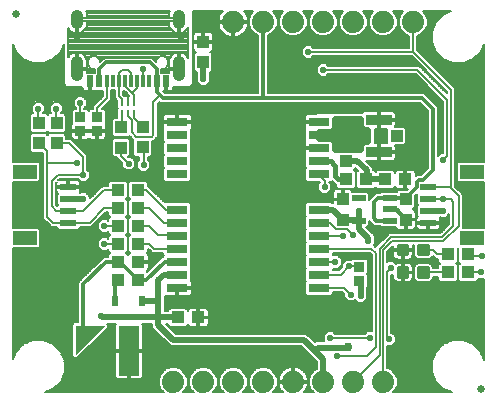
<source format=gtl>
G75*
%MOIN*%
%OFA0B0*%
%FSLAX25Y25*%
%IPPOS*%
%LPD*%
%AMOC8*
5,1,8,0,0,1.08239X$1,22.5*
%
%ADD10C,0.02500*%
%ADD11R,0.07874X0.04724*%
%ADD12R,0.05315X0.02362*%
%ADD13R,0.04331X0.03937*%
%ADD14R,0.06693X0.16535*%
%ADD15C,0.00197*%
%ADD16R,0.03937X0.03937*%
%ADD17R,0.03937X0.04331*%
%ADD18C,0.01181*%
%ADD19R,0.02480X0.03268*%
%ADD20R,0.08661X0.03346*%
%ADD21R,0.04134X0.03937*%
%ADD22R,0.04724X0.02165*%
%ADD23C,0.07400*%
%ADD24R,0.07087X0.03150*%
%ADD25R,0.00984X0.02402*%
%ADD26R,0.00984X0.02205*%
%ADD27R,0.01181X0.04000*%
%ADD28R,0.02362X0.04000*%
%ADD29R,0.02165X0.04000*%
%ADD30C,0.03937*%
%ADD31R,0.03543X0.03346*%
%ADD32C,0.02000*%
%ADD33C,0.02200*%
%ADD34C,0.03000*%
%ADD35C,0.00600*%
%ADD36C,0.01200*%
%ADD37C,0.00800*%
%ADD38C,0.01000*%
%ADD39C,0.01600*%
D10*
X0155833Y0202400D03*
X0310833Y0077500D03*
D11*
X0307802Y0127876D03*
X0307802Y0149924D03*
X0158865Y0149924D03*
X0158865Y0127876D03*
D12*
X0173333Y0132994D03*
X0173333Y0136931D03*
X0173333Y0140869D03*
X0173333Y0144806D03*
X0293333Y0144806D03*
X0293333Y0140869D03*
X0293333Y0136931D03*
X0293333Y0132994D03*
D13*
X0299987Y0122400D03*
X0306680Y0122400D03*
X0306680Y0116400D03*
X0299987Y0116400D03*
X0285680Y0147400D03*
X0278987Y0147400D03*
X0272680Y0147400D03*
X0265987Y0147400D03*
X0196680Y0143900D03*
X0189987Y0143900D03*
X0189987Y0137900D03*
X0196680Y0137900D03*
X0196680Y0131900D03*
X0189987Y0131900D03*
X0189987Y0125900D03*
X0196680Y0125900D03*
X0196680Y0119900D03*
X0189987Y0119900D03*
X0189987Y0113900D03*
X0196680Y0113900D03*
X0209987Y0101400D03*
X0216680Y0101400D03*
D14*
X0193617Y0090362D03*
D15*
X0185231Y0098551D02*
X0175782Y0089102D01*
X0175782Y0098551D01*
X0185231Y0098551D01*
X0185123Y0098443D02*
X0175782Y0098443D01*
X0175782Y0098248D02*
X0184928Y0098248D01*
X0184732Y0098053D02*
X0175782Y0098053D01*
X0175782Y0097857D02*
X0184537Y0097857D01*
X0184342Y0097662D02*
X0175782Y0097662D01*
X0175782Y0097467D02*
X0184146Y0097467D01*
X0183951Y0097271D02*
X0175782Y0097271D01*
X0175782Y0097076D02*
X0183756Y0097076D01*
X0183560Y0096881D02*
X0175782Y0096881D01*
X0175782Y0096685D02*
X0183365Y0096685D01*
X0183170Y0096490D02*
X0175782Y0096490D01*
X0175782Y0096294D02*
X0182974Y0096294D01*
X0182779Y0096099D02*
X0175782Y0096099D01*
X0175782Y0095904D02*
X0182583Y0095904D01*
X0182388Y0095708D02*
X0175782Y0095708D01*
X0175782Y0095513D02*
X0182193Y0095513D01*
X0181997Y0095318D02*
X0175782Y0095318D01*
X0175782Y0095122D02*
X0181802Y0095122D01*
X0181607Y0094927D02*
X0175782Y0094927D01*
X0175782Y0094732D02*
X0181411Y0094732D01*
X0181216Y0094536D02*
X0175782Y0094536D01*
X0175782Y0094341D02*
X0181021Y0094341D01*
X0180825Y0094145D02*
X0175782Y0094145D01*
X0175782Y0093950D02*
X0180630Y0093950D01*
X0180435Y0093755D02*
X0175782Y0093755D01*
X0175782Y0093559D02*
X0180239Y0093559D01*
X0180044Y0093364D02*
X0175782Y0093364D01*
X0175782Y0093169D02*
X0179848Y0093169D01*
X0179653Y0092973D02*
X0175782Y0092973D01*
X0175782Y0092778D02*
X0179458Y0092778D01*
X0179262Y0092583D02*
X0175782Y0092583D01*
X0175782Y0092387D02*
X0179067Y0092387D01*
X0178872Y0092192D02*
X0175782Y0092192D01*
X0175782Y0091996D02*
X0178676Y0091996D01*
X0178481Y0091801D02*
X0175782Y0091801D01*
X0175782Y0091606D02*
X0178286Y0091606D01*
X0178090Y0091410D02*
X0175782Y0091410D01*
X0175782Y0091215D02*
X0177895Y0091215D01*
X0177699Y0091020D02*
X0175782Y0091020D01*
X0175782Y0090824D02*
X0177504Y0090824D01*
X0177309Y0090629D02*
X0175782Y0090629D01*
X0175782Y0090434D02*
X0177113Y0090434D01*
X0176918Y0090238D02*
X0175782Y0090238D01*
X0175782Y0090043D02*
X0176723Y0090043D01*
X0176527Y0089847D02*
X0175782Y0089847D01*
X0175782Y0089652D02*
X0176332Y0089652D01*
X0176137Y0089457D02*
X0175782Y0089457D01*
X0175782Y0089261D02*
X0175941Y0089261D01*
D16*
X0178333Y0095961D03*
D17*
X0264833Y0134054D03*
X0264833Y0140746D03*
X0265833Y0153554D03*
X0265833Y0160246D03*
X0285833Y0140746D03*
X0285833Y0134054D03*
X0218333Y0186554D03*
X0218333Y0193246D03*
X0198133Y0164946D03*
X0198133Y0158254D03*
X0190933Y0158054D03*
X0190933Y0164746D03*
X0169433Y0166246D03*
X0163533Y0166246D03*
X0163533Y0159554D03*
X0169433Y0159554D03*
D18*
X0286259Y0125278D02*
X0286259Y0122522D01*
X0283503Y0122522D01*
X0283503Y0125278D01*
X0286259Y0125278D01*
X0286259Y0123644D02*
X0283503Y0123644D01*
X0283503Y0124766D02*
X0286259Y0124766D01*
X0293164Y0125278D02*
X0293164Y0122522D01*
X0290408Y0122522D01*
X0290408Y0125278D01*
X0293164Y0125278D01*
X0293164Y0123644D02*
X0290408Y0123644D01*
X0290408Y0124766D02*
X0293164Y0124766D01*
X0293164Y0117778D02*
X0293164Y0115022D01*
X0290408Y0115022D01*
X0290408Y0117778D01*
X0293164Y0117778D01*
X0293164Y0116144D02*
X0290408Y0116144D01*
X0290408Y0117266D02*
X0293164Y0117266D01*
X0286259Y0117778D02*
X0286259Y0115022D01*
X0283503Y0115022D01*
X0283503Y0117778D01*
X0286259Y0117778D01*
X0286259Y0116144D02*
X0283503Y0116144D01*
X0283503Y0117266D02*
X0286259Y0117266D01*
D19*
X0197861Y0106900D03*
X0188806Y0106900D03*
D20*
X0276833Y0156487D03*
X0276833Y0167313D03*
D21*
X0270829Y0161900D03*
X0282837Y0161900D03*
D22*
X0280452Y0141140D03*
X0280452Y0137400D03*
X0280452Y0133660D03*
X0270215Y0133660D03*
X0270215Y0141140D03*
D23*
X0268333Y0199900D03*
X0258333Y0199900D03*
X0248333Y0199900D03*
X0238333Y0199900D03*
X0228333Y0199900D03*
X0278333Y0199900D03*
X0288333Y0199900D03*
X0278333Y0080000D03*
X0268333Y0080000D03*
X0258333Y0080000D03*
X0248333Y0080000D03*
X0238333Y0080000D03*
X0228333Y0080000D03*
X0218333Y0080000D03*
X0208333Y0080000D03*
D24*
X0209711Y0111341D03*
X0209711Y0115672D03*
X0209711Y0120002D03*
X0209711Y0124333D03*
X0209711Y0128664D03*
X0209711Y0132994D03*
X0209711Y0137325D03*
X0209711Y0149136D03*
X0209711Y0153467D03*
X0209711Y0157798D03*
X0209711Y0162128D03*
X0209711Y0166459D03*
X0256955Y0166459D03*
X0256955Y0162128D03*
X0256955Y0157798D03*
X0256955Y0153467D03*
X0256955Y0149136D03*
X0256955Y0137325D03*
X0256955Y0132994D03*
X0256955Y0128664D03*
X0256955Y0124333D03*
X0256955Y0120002D03*
X0256955Y0115672D03*
X0256955Y0111341D03*
D25*
X0195202Y0172794D03*
D26*
X0193233Y0172893D03*
X0191265Y0172893D03*
X0191265Y0169507D03*
X0193233Y0169507D03*
X0195202Y0169507D03*
D27*
X0196186Y0180094D03*
X0194218Y0180094D03*
X0192249Y0180094D03*
X0190281Y0180094D03*
X0188312Y0180094D03*
X0186344Y0180094D03*
X0198155Y0180094D03*
X0200123Y0180094D03*
D28*
X0205930Y0180094D03*
X0180536Y0180094D03*
D29*
X0183588Y0180094D03*
X0202879Y0180094D03*
D30*
X0210241Y0182136D02*
X0210241Y0182136D01*
X0210241Y0186468D01*
X0210241Y0186468D01*
X0210241Y0182136D01*
X0210241Y0185876D02*
X0210241Y0185876D01*
X0210241Y0199578D02*
X0210241Y0199578D01*
X0210241Y0201940D01*
X0210241Y0201940D01*
X0210241Y0199578D01*
X0176225Y0199578D02*
X0176225Y0199578D01*
X0176225Y0201940D01*
X0176225Y0201940D01*
X0176225Y0199578D01*
X0176225Y0182136D02*
X0176225Y0182136D01*
X0176225Y0186468D01*
X0176225Y0186468D01*
X0176225Y0182136D01*
X0176225Y0185876D02*
X0176225Y0185876D01*
D31*
X0177333Y0168183D03*
X0182933Y0168183D03*
X0182933Y0163617D03*
X0177333Y0163617D03*
X0270333Y0118283D03*
X0270333Y0113717D03*
D32*
X0270833Y0113217D01*
X0270833Y0108400D01*
X0273333Y0126800D02*
X0273333Y0127900D01*
X0270215Y0131019D01*
X0270215Y0133660D01*
X0270215Y0136781D01*
X0270333Y0136900D01*
X0269821Y0134054D02*
X0264833Y0134054D01*
X0261562Y0137325D01*
X0256955Y0137325D01*
X0269821Y0134054D02*
X0270215Y0133660D01*
X0273333Y0147400D02*
X0278987Y0147400D01*
X0272833Y0147900D02*
X0272833Y0150400D01*
X0269680Y0153554D01*
X0265833Y0153554D01*
X0262099Y0157369D02*
X0262099Y0160035D01*
X0261161Y0160972D01*
X0257046Y0160972D01*
X0257046Y0163284D01*
X0261161Y0163284D01*
X0262099Y0164222D01*
X0262099Y0167400D01*
X0270903Y0167400D01*
X0270903Y0164977D01*
X0271840Y0164040D01*
X0273333Y0164040D01*
X0273333Y0159760D01*
X0271840Y0159760D01*
X0270903Y0158823D01*
X0270903Y0157369D01*
X0262099Y0157369D01*
X0262099Y0158937D02*
X0271018Y0158937D01*
X0273333Y0160936D02*
X0261198Y0160936D01*
X0257046Y0162934D02*
X0273333Y0162934D01*
X0270947Y0164933D02*
X0262099Y0164933D01*
X0262099Y0166932D02*
X0270903Y0166932D01*
X0293333Y0136931D02*
X0293365Y0136900D01*
X0298333Y0136900D01*
X0251833Y0093900D02*
X0208333Y0093900D01*
X0203333Y0098900D01*
X0203333Y0101400D01*
X0203333Y0106900D01*
X0197861Y0106900D01*
X0203333Y0106900D02*
X0203333Y0113900D01*
X0205105Y0115672D01*
X0209711Y0115672D01*
X0209987Y0101400D02*
X0203333Y0101400D01*
X0184833Y0101400D01*
X0184333Y0101900D01*
X0178333Y0140869D02*
X0173333Y0140869D01*
X0218333Y0180900D02*
X0218333Y0186554D01*
X0251833Y0093900D02*
X0255533Y0090200D01*
X0256633Y0091300D01*
X0266533Y0091300D01*
X0266633Y0091400D01*
X0258333Y0087400D02*
X0258333Y0080000D01*
X0258333Y0087400D02*
X0255533Y0090200D01*
D33*
X0260697Y0094536D03*
X0251333Y0096900D03*
X0251333Y0101400D03*
X0251333Y0106400D03*
X0251333Y0111400D03*
X0251333Y0116400D03*
X0251333Y0121400D03*
X0251333Y0126400D03*
X0251333Y0131400D03*
X0251333Y0136400D03*
X0251333Y0141400D03*
X0251333Y0146400D03*
X0251333Y0151400D03*
X0251333Y0156400D03*
X0251333Y0161400D03*
X0251333Y0166400D03*
X0243333Y0166400D03*
X0243333Y0161400D03*
X0243333Y0156400D03*
X0243333Y0151400D03*
X0243333Y0146400D03*
X0243333Y0141400D03*
X0243333Y0136400D03*
X0243333Y0131400D03*
X0243333Y0126400D03*
X0243333Y0121400D03*
X0243333Y0116400D03*
X0243333Y0111400D03*
X0243333Y0106400D03*
X0243333Y0101400D03*
X0243333Y0096900D03*
X0233333Y0096900D03*
X0233333Y0101400D03*
X0233333Y0106400D03*
X0233333Y0111400D03*
X0233333Y0116400D03*
X0233333Y0121400D03*
X0233333Y0126400D03*
X0233333Y0131400D03*
X0233333Y0136400D03*
X0233333Y0141400D03*
X0233333Y0146400D03*
X0233333Y0151400D03*
X0233333Y0156400D03*
X0233333Y0161400D03*
X0233333Y0166400D03*
X0223333Y0166400D03*
X0223333Y0161400D03*
X0215833Y0161400D03*
X0215833Y0166400D03*
X0215833Y0156400D03*
X0223333Y0156400D03*
X0223333Y0151400D03*
X0215833Y0151400D03*
X0215833Y0146400D03*
X0223333Y0146400D03*
X0223333Y0141400D03*
X0223333Y0136400D03*
X0215833Y0136400D03*
X0215833Y0141400D03*
X0209333Y0141400D03*
X0203333Y0143900D03*
X0209333Y0145400D03*
X0203333Y0147400D03*
X0198433Y0152200D03*
X0193533Y0152600D03*
X0188333Y0152400D03*
X0188333Y0148400D03*
X0178333Y0148900D03*
X0178333Y0144900D03*
X0178333Y0140869D03*
X0185333Y0131900D03*
X0185333Y0125900D03*
X0201333Y0119900D03*
X0215833Y0121400D03*
X0223333Y0121400D03*
X0223333Y0116400D03*
X0223333Y0111400D03*
X0215833Y0111400D03*
X0215833Y0116400D03*
X0215833Y0106400D03*
X0223333Y0106400D03*
X0223333Y0101400D03*
X0223333Y0096900D03*
X0215833Y0096900D03*
X0201833Y0095000D03*
X0201833Y0087000D03*
X0201833Y0079000D03*
X0186833Y0079000D03*
X0180833Y0079000D03*
X0175333Y0079000D03*
X0180333Y0085000D03*
X0186833Y0085000D03*
X0186833Y0093000D03*
X0184333Y0101900D03*
X0171333Y0101400D03*
X0166333Y0101400D03*
X0161333Y0101400D03*
X0156333Y0101400D03*
X0156333Y0095900D03*
X0171333Y0096000D03*
X0171333Y0108900D03*
X0166333Y0108900D03*
X0161333Y0108900D03*
X0156333Y0108900D03*
X0156333Y0116400D03*
X0161333Y0116400D03*
X0166333Y0116400D03*
X0171333Y0116400D03*
X0171333Y0123900D03*
X0166333Y0123900D03*
X0161333Y0122400D03*
X0156333Y0122400D03*
X0166333Y0128900D03*
X0171333Y0128900D03*
X0161333Y0133900D03*
X0156333Y0133900D03*
X0156333Y0141400D03*
X0161333Y0141400D03*
X0176239Y0152800D03*
X0156333Y0156400D03*
X0156333Y0163900D03*
X0156433Y0171900D03*
X0163333Y0171000D03*
X0169333Y0171000D03*
X0177333Y0172900D03*
X0170333Y0178900D03*
X0170333Y0183900D03*
X0163333Y0183900D03*
X0156333Y0183900D03*
X0156333Y0178900D03*
X0163333Y0178900D03*
X0176333Y0194900D03*
X0198133Y0184200D03*
X0192233Y0175800D03*
X0188333Y0176400D03*
X0203833Y0166400D03*
X0218333Y0180900D03*
X0210833Y0194900D03*
X0243333Y0189900D03*
X0243333Y0183900D03*
X0253333Y0189900D03*
X0258333Y0183900D03*
X0260833Y0171900D03*
X0265833Y0171900D03*
X0270833Y0171900D03*
X0275833Y0171900D03*
X0284833Y0171400D03*
X0288333Y0168900D03*
X0284833Y0166400D03*
X0287333Y0161900D03*
X0284833Y0156400D03*
X0290333Y0156400D03*
X0286333Y0151900D03*
X0280833Y0151900D03*
X0275833Y0151900D03*
X0276833Y0161900D03*
X0297333Y0159900D03*
X0298333Y0153900D03*
X0298333Y0140869D03*
X0298333Y0136900D03*
X0298333Y0133400D03*
X0280833Y0122900D03*
X0280833Y0117900D03*
X0282333Y0112900D03*
X0282333Y0107900D03*
X0282333Y0102900D03*
X0282333Y0097900D03*
X0280262Y0094171D03*
X0283333Y0090000D03*
X0283333Y0085000D03*
X0288333Y0085000D03*
X0293333Y0085000D03*
X0293333Y0090000D03*
X0288333Y0090000D03*
X0292333Y0097900D03*
X0292333Y0102900D03*
X0292333Y0107900D03*
X0302333Y0107900D03*
X0302333Y0102900D03*
X0302333Y0097900D03*
X0310833Y0116400D03*
X0311333Y0122000D03*
X0273333Y0126800D03*
X0268333Y0128900D03*
X0264833Y0128433D03*
X0269333Y0121900D03*
X0266833Y0118400D03*
X0262333Y0119900D03*
X0267470Y0109036D03*
X0270833Y0108400D03*
X0273833Y0094600D03*
X0262833Y0088500D03*
X0223333Y0126400D03*
X0215833Y0126400D03*
X0215833Y0131400D03*
X0223333Y0131400D03*
X0258833Y0144900D03*
X0260833Y0141400D03*
X0270333Y0136900D03*
X0307333Y0168900D03*
X0307333Y0174900D03*
X0307333Y0180900D03*
X0293333Y0176900D03*
X0283333Y0180400D03*
D34*
X0266633Y0091400D03*
D35*
X0154833Y0087475D02*
X0154833Y0124414D01*
X0163257Y0124414D01*
X0163902Y0125059D01*
X0163902Y0130694D01*
X0163257Y0131339D01*
X0154833Y0131339D01*
X0154833Y0146461D01*
X0163257Y0146461D01*
X0163902Y0147106D01*
X0163902Y0152741D01*
X0163257Y0153386D01*
X0154833Y0153386D01*
X0154833Y0192425D01*
X0155873Y0189915D01*
X0158349Y0187440D01*
X0161583Y0186100D01*
X0165084Y0186100D01*
X0168318Y0187440D01*
X0168318Y0187440D01*
X0170794Y0189915D01*
X0170794Y0189915D01*
X0171833Y0192425D01*
X0171833Y0179179D01*
X0172712Y0178300D01*
X0178055Y0178300D01*
X0178055Y0177923D01*
X0178144Y0177592D01*
X0178315Y0177295D01*
X0178557Y0177053D01*
X0178854Y0176882D01*
X0179184Y0176794D01*
X0180246Y0176794D01*
X0180246Y0178300D01*
X0180827Y0178300D01*
X0180827Y0176794D01*
X0181889Y0176794D01*
X0182219Y0176882D01*
X0182412Y0176994D01*
X0184944Y0176994D01*
X0184944Y0175207D01*
X0181533Y0171796D01*
X0181533Y0170957D01*
X0180706Y0170957D01*
X0180133Y0170384D01*
X0179561Y0170957D01*
X0178733Y0170957D01*
X0178733Y0171189D01*
X0179533Y0171989D01*
X0179533Y0173811D01*
X0178245Y0175100D01*
X0176422Y0175100D01*
X0175133Y0173811D01*
X0175133Y0171989D01*
X0175933Y0171189D01*
X0175933Y0170957D01*
X0175106Y0170957D01*
X0174462Y0170312D01*
X0174462Y0166055D01*
X0174487Y0166029D01*
X0174350Y0165792D01*
X0174262Y0165461D01*
X0174262Y0163916D01*
X0177033Y0163916D01*
X0177033Y0163317D01*
X0174262Y0163317D01*
X0174262Y0161772D01*
X0174350Y0161442D01*
X0174521Y0161145D01*
X0174763Y0160903D01*
X0175060Y0160732D01*
X0175391Y0160643D01*
X0177033Y0160643D01*
X0177033Y0163316D01*
X0177633Y0163316D01*
X0177633Y0160643D01*
X0179276Y0160643D01*
X0179607Y0160732D01*
X0179903Y0160903D01*
X0180133Y0161133D01*
X0180363Y0160903D01*
X0180660Y0160732D01*
X0180991Y0160643D01*
X0182633Y0160643D01*
X0182633Y0163316D01*
X0183233Y0163316D01*
X0183233Y0160643D01*
X0184876Y0160643D01*
X0185207Y0160732D01*
X0185503Y0160903D01*
X0185745Y0161145D01*
X0185916Y0161442D01*
X0186005Y0161772D01*
X0186005Y0163317D01*
X0183233Y0163317D01*
X0183233Y0163916D01*
X0186005Y0163916D01*
X0186005Y0165461D01*
X0185916Y0165792D01*
X0185779Y0166029D01*
X0185805Y0166055D01*
X0185805Y0170312D01*
X0185161Y0170957D01*
X0184653Y0170957D01*
X0187744Y0174047D01*
X0187744Y0176994D01*
X0188881Y0176994D01*
X0188881Y0174497D01*
X0189673Y0173705D01*
X0189673Y0171335D01*
X0189808Y0171200D01*
X0189673Y0171065D01*
X0189673Y0168012D01*
X0188509Y0168012D01*
X0187865Y0167367D01*
X0187865Y0162125D01*
X0188509Y0161481D01*
X0193357Y0161481D01*
X0193715Y0161839D01*
X0194433Y0161120D01*
X0195065Y0160489D01*
X0195065Y0155633D01*
X0195709Y0154988D01*
X0197033Y0154988D01*
X0197033Y0153911D01*
X0196233Y0153111D01*
X0196233Y0151289D01*
X0197522Y0150000D01*
X0199345Y0150000D01*
X0200633Y0151289D01*
X0200633Y0153111D01*
X0199833Y0153911D01*
X0199833Y0154988D01*
X0200557Y0154988D01*
X0201202Y0155633D01*
X0201202Y0160300D01*
X0201813Y0160300D01*
X0202309Y0160796D01*
X0203129Y0161616D01*
X0203129Y0172716D01*
X0203671Y0173258D01*
X0204129Y0172800D01*
X0290529Y0172800D01*
X0293133Y0170196D01*
X0293133Y0151104D01*
X0290916Y0148887D01*
X0289475Y0148887D01*
X0289145Y0148557D01*
X0289145Y0149540D01*
X0289057Y0149870D01*
X0288885Y0150167D01*
X0288643Y0150409D01*
X0288347Y0150580D01*
X0288016Y0150668D01*
X0285980Y0150668D01*
X0285980Y0147700D01*
X0285380Y0147700D01*
X0285380Y0150668D01*
X0283343Y0150668D01*
X0283013Y0150580D01*
X0282716Y0150409D01*
X0282474Y0150167D01*
X0282303Y0149870D01*
X0282252Y0149681D01*
X0282252Y0149824D01*
X0281608Y0150468D01*
X0276366Y0150468D01*
X0275833Y0149936D01*
X0275301Y0150468D01*
X0274933Y0150468D01*
X0274933Y0151270D01*
X0273703Y0152500D01*
X0272690Y0153513D01*
X0276533Y0153513D01*
X0276533Y0156187D01*
X0277133Y0156187D01*
X0277133Y0156787D01*
X0276533Y0156787D01*
X0276533Y0159460D01*
X0275433Y0159460D01*
X0275433Y0164340D01*
X0276533Y0164340D01*
X0276533Y0167013D01*
X0277133Y0167013D01*
X0277133Y0164340D01*
X0279686Y0164340D01*
X0279670Y0164324D01*
X0279670Y0159476D01*
X0279686Y0159460D01*
X0277133Y0159460D01*
X0277133Y0156787D01*
X0282464Y0156787D01*
X0282464Y0158331D01*
X0282375Y0158662D01*
X0282277Y0158831D01*
X0285360Y0158831D01*
X0286004Y0159476D01*
X0286004Y0164324D01*
X0285360Y0164968D01*
X0282277Y0164968D01*
X0282375Y0165138D01*
X0282464Y0165469D01*
X0282464Y0167013D01*
X0277133Y0167013D01*
X0277133Y0167613D01*
X0276533Y0167613D01*
X0276533Y0170287D01*
X0272331Y0170287D01*
X0272001Y0170198D01*
X0271704Y0170027D01*
X0271462Y0169785D01*
X0271298Y0169500D01*
X0256176Y0169500D01*
X0256010Y0169334D01*
X0253241Y0169334D01*
X0252910Y0169245D01*
X0252614Y0169074D01*
X0252372Y0168832D01*
X0252201Y0168536D01*
X0252112Y0168205D01*
X0252112Y0166759D01*
X0254946Y0166759D01*
X0254946Y0166159D01*
X0252112Y0166159D01*
X0252112Y0164713D01*
X0252201Y0164382D01*
X0252323Y0164170D01*
X0252312Y0164159D01*
X0252312Y0160098D01*
X0252323Y0160087D01*
X0252201Y0159874D01*
X0252112Y0159544D01*
X0252112Y0158098D01*
X0254946Y0158098D01*
X0254946Y0157498D01*
X0252112Y0157498D01*
X0252112Y0156052D01*
X0252201Y0155721D01*
X0252323Y0155509D01*
X0252312Y0155497D01*
X0252312Y0151436D01*
X0252447Y0151302D01*
X0252312Y0151167D01*
X0252312Y0147106D01*
X0252956Y0146461D01*
X0257283Y0146461D01*
X0256633Y0145811D01*
X0256633Y0143989D01*
X0257922Y0142700D01*
X0259745Y0142700D01*
X0261033Y0143989D01*
X0261033Y0145811D01*
X0260383Y0146461D01*
X0260954Y0146461D01*
X0261270Y0146777D01*
X0262546Y0145500D01*
X0262722Y0145500D01*
X0262722Y0144976D01*
X0263366Y0144331D01*
X0268608Y0144331D01*
X0269252Y0144976D01*
X0269252Y0149824D01*
X0268608Y0150468D01*
X0268438Y0150468D01*
X0268902Y0150933D01*
X0268902Y0151362D01*
X0269927Y0150337D01*
X0269414Y0149824D01*
X0269414Y0144976D01*
X0270059Y0144331D01*
X0275301Y0144331D01*
X0275833Y0144864D01*
X0276366Y0144331D01*
X0281608Y0144331D01*
X0282252Y0144976D01*
X0282252Y0145119D01*
X0282303Y0144930D01*
X0282474Y0144633D01*
X0282716Y0144391D01*
X0283013Y0144220D01*
X0283343Y0144131D01*
X0285380Y0144131D01*
X0285380Y0147100D01*
X0285980Y0147100D01*
X0285980Y0144131D01*
X0286461Y0144131D01*
X0286341Y0144012D01*
X0283409Y0144012D01*
X0282765Y0143367D01*
X0282765Y0143323D01*
X0277634Y0143323D01*
X0277151Y0142840D01*
X0275869Y0142840D01*
X0274629Y0141600D01*
X0273677Y0140648D01*
X0273677Y0142678D01*
X0273033Y0143323D01*
X0268038Y0143323D01*
X0268013Y0143414D01*
X0267842Y0143710D01*
X0267600Y0143952D01*
X0267304Y0144123D01*
X0266973Y0144212D01*
X0265133Y0144212D01*
X0265133Y0141046D01*
X0264533Y0141046D01*
X0264533Y0140446D01*
X0261565Y0140446D01*
X0261565Y0139425D01*
X0261529Y0139425D01*
X0260954Y0140000D01*
X0252956Y0140000D01*
X0252312Y0139356D01*
X0252312Y0135295D01*
X0252447Y0135160D01*
X0252312Y0135025D01*
X0252312Y0130964D01*
X0252447Y0130829D01*
X0252312Y0130694D01*
X0252312Y0126633D01*
X0252447Y0126498D01*
X0252312Y0126364D01*
X0252312Y0122303D01*
X0252447Y0122168D01*
X0252312Y0122033D01*
X0252312Y0117972D01*
X0252447Y0117837D01*
X0252312Y0117702D01*
X0252312Y0113641D01*
X0252447Y0113506D01*
X0252312Y0113371D01*
X0252312Y0109310D01*
X0252956Y0108666D01*
X0260954Y0108666D01*
X0261599Y0109310D01*
X0261599Y0109941D01*
X0264585Y0109941D01*
X0265270Y0109256D01*
X0265270Y0108125D01*
X0266558Y0106836D01*
X0268381Y0106836D01*
X0268833Y0107289D01*
X0269922Y0106200D01*
X0271745Y0106200D01*
X0273033Y0107489D01*
X0273033Y0109311D01*
X0272933Y0109411D01*
X0272933Y0111316D01*
X0273205Y0111588D01*
X0273205Y0115845D01*
X0273050Y0116000D01*
X0273205Y0116155D01*
X0273205Y0120412D01*
X0272561Y0121057D01*
X0268106Y0121057D01*
X0267649Y0120600D01*
X0265922Y0120600D01*
X0264633Y0119311D01*
X0264633Y0118180D01*
X0263525Y0117072D01*
X0261599Y0117072D01*
X0261599Y0117700D01*
X0263245Y0117700D01*
X0264533Y0118989D01*
X0264533Y0120811D01*
X0263245Y0122100D01*
X0261531Y0122100D01*
X0261464Y0122168D01*
X0261599Y0122303D01*
X0261599Y0122933D01*
X0273820Y0122933D01*
X0274533Y0122220D01*
X0274533Y0096800D01*
X0272922Y0096800D01*
X0272122Y0096000D01*
X0262345Y0096000D01*
X0261608Y0096736D01*
X0259786Y0096736D01*
X0258497Y0095448D01*
X0258497Y0093625D01*
X0258722Y0093400D01*
X0255763Y0093400D01*
X0255533Y0093170D01*
X0253933Y0094770D01*
X0252703Y0096000D01*
X0209203Y0096000D01*
X0205903Y0099300D01*
X0206722Y0099300D01*
X0206722Y0098976D01*
X0207366Y0098331D01*
X0212608Y0098331D01*
X0213252Y0098976D01*
X0213252Y0099119D01*
X0213303Y0098930D01*
X0213474Y0098633D01*
X0213716Y0098391D01*
X0214013Y0098220D01*
X0214343Y0098131D01*
X0216380Y0098131D01*
X0216380Y0101100D01*
X0216980Y0101100D01*
X0216980Y0101700D01*
X0220145Y0101700D01*
X0220145Y0103540D01*
X0220057Y0103870D01*
X0219885Y0104167D01*
X0219643Y0104409D01*
X0219347Y0104580D01*
X0219016Y0104668D01*
X0216980Y0104668D01*
X0216980Y0101700D01*
X0216380Y0101700D01*
X0216380Y0104668D01*
X0214343Y0104668D01*
X0214013Y0104580D01*
X0213716Y0104409D01*
X0213474Y0104167D01*
X0213303Y0103870D01*
X0213252Y0103681D01*
X0213252Y0103824D01*
X0212608Y0104468D01*
X0207366Y0104468D01*
X0206722Y0103824D01*
X0206722Y0103500D01*
X0205433Y0103500D01*
X0205433Y0108689D01*
X0205666Y0108555D01*
X0205997Y0108466D01*
X0209411Y0108466D01*
X0209411Y0111041D01*
X0210011Y0111041D01*
X0210011Y0108466D01*
X0213426Y0108466D01*
X0213756Y0108555D01*
X0214053Y0108726D01*
X0214295Y0108968D01*
X0214466Y0109264D01*
X0214555Y0109595D01*
X0214555Y0111041D01*
X0210011Y0111041D01*
X0210011Y0111641D01*
X0214555Y0111641D01*
X0214555Y0113087D01*
X0214466Y0113418D01*
X0214343Y0113630D01*
X0214355Y0113641D01*
X0214355Y0117702D01*
X0214220Y0117837D01*
X0214355Y0117972D01*
X0214355Y0122033D01*
X0214220Y0122168D01*
X0214355Y0122303D01*
X0214355Y0126364D01*
X0214220Y0126498D01*
X0214355Y0126633D01*
X0214355Y0130694D01*
X0214220Y0130829D01*
X0214355Y0130964D01*
X0214355Y0135025D01*
X0214220Y0135160D01*
X0214355Y0135295D01*
X0214355Y0139356D01*
X0213710Y0140000D01*
X0205712Y0140000D01*
X0205463Y0139750D01*
X0200733Y0144480D01*
X0199945Y0145268D01*
X0199945Y0146324D01*
X0199301Y0146968D01*
X0194059Y0146968D01*
X0193414Y0146324D01*
X0193414Y0141476D01*
X0193990Y0140900D01*
X0193414Y0140324D01*
X0193414Y0135476D01*
X0193990Y0134900D01*
X0193414Y0134324D01*
X0193414Y0129476D01*
X0193990Y0128900D01*
X0193414Y0128324D01*
X0193414Y0123476D01*
X0193884Y0123006D01*
X0193716Y0122909D01*
X0193474Y0122667D01*
X0193303Y0122370D01*
X0193252Y0122181D01*
X0193252Y0122324D01*
X0192676Y0122900D01*
X0193252Y0123476D01*
X0193252Y0128324D01*
X0192676Y0128900D01*
X0193252Y0129476D01*
X0193252Y0134324D01*
X0192676Y0134900D01*
X0193252Y0135476D01*
X0193252Y0140324D01*
X0192676Y0140900D01*
X0193252Y0141476D01*
X0193252Y0146324D01*
X0192608Y0146968D01*
X0187366Y0146968D01*
X0186722Y0146324D01*
X0186722Y0145300D01*
X0184753Y0145300D01*
X0183933Y0144480D01*
X0180533Y0141080D01*
X0180533Y0141780D01*
X0179245Y0143068D01*
X0177422Y0143068D01*
X0177322Y0142968D01*
X0177113Y0142968D01*
X0177202Y0143123D01*
X0177291Y0143453D01*
X0177291Y0144515D01*
X0173624Y0144515D01*
X0173624Y0145096D01*
X0177291Y0145096D01*
X0177291Y0146158D01*
X0177202Y0146488D01*
X0177031Y0146785D01*
X0176789Y0147027D01*
X0176493Y0147198D01*
X0176162Y0147287D01*
X0173624Y0147287D01*
X0173624Y0145096D01*
X0173043Y0145096D01*
X0173043Y0147287D01*
X0170505Y0147287D01*
X0170174Y0147198D01*
X0170025Y0147112D01*
X0170413Y0147500D01*
X0176622Y0147500D01*
X0177422Y0146700D01*
X0179245Y0146700D01*
X0180533Y0147989D01*
X0180533Y0149811D01*
X0179733Y0150611D01*
X0179733Y0155480D01*
X0178913Y0156300D01*
X0175080Y0160133D01*
X0174260Y0160954D01*
X0172502Y0160954D01*
X0172502Y0162175D01*
X0171857Y0162819D01*
X0167009Y0162819D01*
X0166483Y0162293D01*
X0165957Y0162819D01*
X0161109Y0162819D01*
X0160465Y0162175D01*
X0160465Y0156933D01*
X0161109Y0156288D01*
X0164819Y0156288D01*
X0164933Y0156174D01*
X0164933Y0134320D01*
X0166839Y0132415D01*
X0167659Y0131594D01*
X0169576Y0131594D01*
X0169576Y0131358D01*
X0170220Y0130713D01*
X0176446Y0130713D01*
X0177091Y0131358D01*
X0177091Y0131594D01*
X0181008Y0131594D01*
X0185913Y0136500D01*
X0186722Y0136500D01*
X0186722Y0135476D01*
X0187297Y0134900D01*
X0186722Y0134324D01*
X0186722Y0133623D01*
X0186245Y0134100D01*
X0184422Y0134100D01*
X0183133Y0132811D01*
X0183133Y0130989D01*
X0184422Y0129700D01*
X0186245Y0129700D01*
X0186722Y0130177D01*
X0186722Y0129476D01*
X0187297Y0128900D01*
X0186722Y0128324D01*
X0186722Y0127623D01*
X0186245Y0128100D01*
X0184422Y0128100D01*
X0183133Y0126811D01*
X0183133Y0124989D01*
X0184422Y0123700D01*
X0186245Y0123700D01*
X0186722Y0124177D01*
X0186722Y0123476D01*
X0187297Y0122900D01*
X0186722Y0122324D01*
X0186722Y0121600D01*
X0185129Y0121600D01*
X0176633Y0113104D01*
X0176633Y0099750D01*
X0175286Y0099750D01*
X0174584Y0099048D01*
X0174584Y0088606D01*
X0175286Y0087904D01*
X0176279Y0087904D01*
X0186429Y0098055D01*
X0186429Y0099048D01*
X0186177Y0099300D01*
X0189156Y0099300D01*
X0189059Y0099132D01*
X0188970Y0098801D01*
X0188970Y0090662D01*
X0193317Y0090662D01*
X0193317Y0090062D01*
X0193917Y0090062D01*
X0193917Y0090662D01*
X0198263Y0090662D01*
X0198263Y0098801D01*
X0198175Y0099132D01*
X0198077Y0099300D01*
X0201233Y0099300D01*
X0201233Y0098030D01*
X0207463Y0091800D01*
X0250963Y0091800D01*
X0253433Y0089330D01*
X0256233Y0086530D01*
X0256233Y0084326D01*
X0255614Y0084069D01*
X0254264Y0082719D01*
X0253533Y0080955D01*
X0253533Y0079045D01*
X0254264Y0077281D01*
X0255145Y0076400D01*
X0251804Y0076400D01*
X0252147Y0076743D01*
X0252610Y0077379D01*
X0252967Y0078081D01*
X0253210Y0078829D01*
X0253333Y0079606D01*
X0253333Y0079700D01*
X0248633Y0079700D01*
X0248633Y0080300D01*
X0248033Y0080300D01*
X0248033Y0079700D01*
X0243333Y0079700D01*
X0243333Y0079606D01*
X0243456Y0078829D01*
X0243700Y0078081D01*
X0244057Y0077379D01*
X0244520Y0076743D01*
X0244862Y0076400D01*
X0241522Y0076400D01*
X0242403Y0077281D01*
X0243133Y0079045D01*
X0243133Y0080955D01*
X0242403Y0082719D01*
X0241052Y0084069D01*
X0239288Y0084800D01*
X0237379Y0084800D01*
X0235614Y0084069D01*
X0234264Y0082719D01*
X0233533Y0080955D01*
X0233533Y0079045D01*
X0234264Y0077281D01*
X0235145Y0076400D01*
X0231522Y0076400D01*
X0232403Y0077281D01*
X0233133Y0079045D01*
X0233133Y0080955D01*
X0232403Y0082719D01*
X0231052Y0084069D01*
X0229288Y0084800D01*
X0227379Y0084800D01*
X0225614Y0084069D01*
X0224264Y0082719D01*
X0223533Y0080955D01*
X0223533Y0079045D01*
X0224264Y0077281D01*
X0225145Y0076400D01*
X0221522Y0076400D01*
X0222403Y0077281D01*
X0223133Y0079045D01*
X0223133Y0080955D01*
X0222403Y0082719D01*
X0221052Y0084069D01*
X0219288Y0084800D01*
X0217379Y0084800D01*
X0215614Y0084069D01*
X0214264Y0082719D01*
X0213533Y0080955D01*
X0213533Y0079045D01*
X0214264Y0077281D01*
X0215145Y0076400D01*
X0211522Y0076400D01*
X0212403Y0077281D01*
X0213133Y0079045D01*
X0213133Y0080955D01*
X0212403Y0082719D01*
X0211052Y0084069D01*
X0209288Y0084800D01*
X0207379Y0084800D01*
X0205614Y0084069D01*
X0204264Y0082719D01*
X0203533Y0080955D01*
X0203533Y0079045D01*
X0204264Y0077281D01*
X0205145Y0076400D01*
X0165567Y0076400D01*
X0168318Y0077540D01*
X0168318Y0077540D01*
X0170794Y0080015D01*
X0170794Y0080015D01*
X0172133Y0083250D01*
X0172133Y0086750D01*
X0170794Y0089985D01*
X0168318Y0092460D01*
X0165084Y0093800D01*
X0161583Y0093800D01*
X0158349Y0092460D01*
X0158349Y0092460D01*
X0155873Y0089985D01*
X0155873Y0089985D01*
X0154833Y0087475D01*
X0154833Y0087569D02*
X0154872Y0087569D01*
X0154833Y0088167D02*
X0155120Y0088167D01*
X0155368Y0088766D02*
X0154833Y0088766D01*
X0154833Y0089364D02*
X0155616Y0089364D01*
X0155864Y0089963D02*
X0154833Y0089963D01*
X0154833Y0090561D02*
X0156450Y0090561D01*
X0157048Y0091160D02*
X0154833Y0091160D01*
X0154833Y0091758D02*
X0157647Y0091758D01*
X0158245Y0092357D02*
X0154833Y0092357D01*
X0154833Y0092955D02*
X0159544Y0092955D01*
X0160989Y0093554D02*
X0154833Y0093554D01*
X0154833Y0094152D02*
X0174584Y0094152D01*
X0174584Y0093554D02*
X0165678Y0093554D01*
X0167123Y0092955D02*
X0174584Y0092955D01*
X0174584Y0092357D02*
X0168422Y0092357D01*
X0168318Y0092460D02*
X0168318Y0092460D01*
X0169020Y0091758D02*
X0174584Y0091758D01*
X0174584Y0091160D02*
X0169619Y0091160D01*
X0170217Y0090561D02*
X0174584Y0090561D01*
X0174584Y0089963D02*
X0170803Y0089963D01*
X0170794Y0089985D02*
X0170794Y0089985D01*
X0171051Y0089364D02*
X0174584Y0089364D01*
X0174584Y0088766D02*
X0171299Y0088766D01*
X0171546Y0088167D02*
X0175022Y0088167D01*
X0176542Y0088167D02*
X0188970Y0088167D01*
X0188970Y0087569D02*
X0171794Y0087569D01*
X0172042Y0086970D02*
X0188970Y0086970D01*
X0188970Y0086372D02*
X0172133Y0086372D01*
X0172133Y0085773D02*
X0188970Y0085773D01*
X0188970Y0085175D02*
X0172133Y0085175D01*
X0172133Y0084576D02*
X0188970Y0084576D01*
X0188970Y0083978D02*
X0172133Y0083978D01*
X0172133Y0083379D02*
X0188970Y0083379D01*
X0188970Y0082781D02*
X0171939Y0082781D01*
X0171691Y0082182D02*
X0188970Y0082182D01*
X0188970Y0081923D02*
X0189059Y0081593D01*
X0189230Y0081296D01*
X0189472Y0081054D01*
X0189769Y0080883D01*
X0190099Y0080794D01*
X0193317Y0080794D01*
X0193317Y0090062D01*
X0188970Y0090062D01*
X0188970Y0081923D01*
X0189064Y0081584D02*
X0171443Y0081584D01*
X0171195Y0080985D02*
X0189592Y0080985D01*
X0193317Y0080985D02*
X0193917Y0080985D01*
X0193917Y0080794D02*
X0197134Y0080794D01*
X0197465Y0080883D01*
X0197761Y0081054D01*
X0198003Y0081296D01*
X0198175Y0081593D01*
X0198263Y0081923D01*
X0198263Y0090062D01*
X0193917Y0090062D01*
X0193917Y0080794D01*
X0193917Y0081584D02*
X0193317Y0081584D01*
X0193317Y0082182D02*
X0193917Y0082182D01*
X0193917Y0082781D02*
X0193317Y0082781D01*
X0193317Y0083379D02*
X0193917Y0083379D01*
X0193917Y0083978D02*
X0193317Y0083978D01*
X0193317Y0084576D02*
X0193917Y0084576D01*
X0193917Y0085175D02*
X0193317Y0085175D01*
X0193317Y0085773D02*
X0193917Y0085773D01*
X0193917Y0086372D02*
X0193317Y0086372D01*
X0193317Y0086970D02*
X0193917Y0086970D01*
X0193917Y0087569D02*
X0193317Y0087569D01*
X0193317Y0088167D02*
X0193917Y0088167D01*
X0193917Y0088766D02*
X0193317Y0088766D01*
X0193317Y0089364D02*
X0193917Y0089364D01*
X0193917Y0089963D02*
X0193317Y0089963D01*
X0193317Y0090561D02*
X0178936Y0090561D01*
X0178337Y0089963D02*
X0188970Y0089963D01*
X0188970Y0089364D02*
X0177739Y0089364D01*
X0177140Y0088766D02*
X0188970Y0088766D01*
X0188970Y0091160D02*
X0179534Y0091160D01*
X0180133Y0091758D02*
X0188970Y0091758D01*
X0188970Y0092357D02*
X0180731Y0092357D01*
X0181330Y0092955D02*
X0188970Y0092955D01*
X0188970Y0093554D02*
X0181928Y0093554D01*
X0182527Y0094152D02*
X0188970Y0094152D01*
X0188970Y0094751D02*
X0183125Y0094751D01*
X0183724Y0095349D02*
X0188970Y0095349D01*
X0188970Y0095948D02*
X0184323Y0095948D01*
X0184921Y0096546D02*
X0188970Y0096546D01*
X0188970Y0097145D02*
X0185520Y0097145D01*
X0186118Y0097743D02*
X0188970Y0097743D01*
X0188970Y0098342D02*
X0186429Y0098342D01*
X0186429Y0098940D02*
X0189008Y0098940D01*
X0176633Y0100137D02*
X0154833Y0100137D01*
X0154833Y0099539D02*
X0175075Y0099539D01*
X0174584Y0098940D02*
X0154833Y0098940D01*
X0154833Y0098342D02*
X0174584Y0098342D01*
X0174584Y0097743D02*
X0154833Y0097743D01*
X0154833Y0097145D02*
X0174584Y0097145D01*
X0174584Y0096546D02*
X0154833Y0096546D01*
X0154833Y0095948D02*
X0174584Y0095948D01*
X0174584Y0095349D02*
X0154833Y0095349D01*
X0154833Y0094751D02*
X0174584Y0094751D01*
X0176633Y0100736D02*
X0154833Y0100736D01*
X0154833Y0101334D02*
X0176633Y0101334D01*
X0176633Y0101933D02*
X0154833Y0101933D01*
X0154833Y0102532D02*
X0176633Y0102532D01*
X0176633Y0103130D02*
X0154833Y0103130D01*
X0154833Y0103729D02*
X0176633Y0103729D01*
X0176633Y0104327D02*
X0154833Y0104327D01*
X0154833Y0104926D02*
X0176633Y0104926D01*
X0176633Y0105524D02*
X0154833Y0105524D01*
X0154833Y0106123D02*
X0176633Y0106123D01*
X0176633Y0106721D02*
X0154833Y0106721D01*
X0154833Y0107320D02*
X0176633Y0107320D01*
X0176633Y0107918D02*
X0154833Y0107918D01*
X0154833Y0108517D02*
X0176633Y0108517D01*
X0176633Y0109115D02*
X0154833Y0109115D01*
X0154833Y0109714D02*
X0176633Y0109714D01*
X0176633Y0110312D02*
X0154833Y0110312D01*
X0154833Y0110911D02*
X0176633Y0110911D01*
X0176633Y0111509D02*
X0154833Y0111509D01*
X0154833Y0112108D02*
X0176633Y0112108D01*
X0176633Y0112706D02*
X0154833Y0112706D01*
X0154833Y0113305D02*
X0176834Y0113305D01*
X0177432Y0113903D02*
X0154833Y0113903D01*
X0154833Y0114502D02*
X0178031Y0114502D01*
X0178629Y0115100D02*
X0154833Y0115100D01*
X0154833Y0115699D02*
X0179228Y0115699D01*
X0179826Y0116297D02*
X0154833Y0116297D01*
X0154833Y0116896D02*
X0180425Y0116896D01*
X0181023Y0117494D02*
X0154833Y0117494D01*
X0154833Y0118093D02*
X0181622Y0118093D01*
X0182220Y0118691D02*
X0154833Y0118691D01*
X0154833Y0119290D02*
X0182819Y0119290D01*
X0183418Y0119888D02*
X0154833Y0119888D01*
X0154833Y0120487D02*
X0184016Y0120487D01*
X0184615Y0121085D02*
X0154833Y0121085D01*
X0154833Y0121684D02*
X0186722Y0121684D01*
X0186722Y0122282D02*
X0154833Y0122282D01*
X0154833Y0122881D02*
X0187278Y0122881D01*
X0186722Y0123479D02*
X0154833Y0123479D01*
X0154833Y0124078D02*
X0184044Y0124078D01*
X0183446Y0124676D02*
X0163520Y0124676D01*
X0163902Y0125275D02*
X0183133Y0125275D01*
X0183133Y0125873D02*
X0163902Y0125873D01*
X0163902Y0126472D02*
X0183133Y0126472D01*
X0183393Y0127070D02*
X0163902Y0127070D01*
X0163902Y0127669D02*
X0183991Y0127669D01*
X0185333Y0125900D02*
X0189987Y0125900D01*
X0193252Y0125873D02*
X0193414Y0125873D01*
X0193414Y0125275D02*
X0193252Y0125275D01*
X0193252Y0124676D02*
X0193414Y0124676D01*
X0193414Y0124078D02*
X0193252Y0124078D01*
X0193252Y0123479D02*
X0193414Y0123479D01*
X0193688Y0122881D02*
X0192695Y0122881D01*
X0193252Y0122282D02*
X0193279Y0122282D01*
X0190680Y0119900D02*
X0189987Y0119900D01*
X0186722Y0124078D02*
X0186623Y0124078D01*
X0186676Y0127669D02*
X0186722Y0127669D01*
X0186722Y0128268D02*
X0163902Y0128268D01*
X0163902Y0128866D02*
X0187263Y0128866D01*
X0186733Y0129465D02*
X0163902Y0129465D01*
X0163902Y0130063D02*
X0184059Y0130063D01*
X0183460Y0130662D02*
X0163902Y0130662D01*
X0163336Y0131260D02*
X0169674Y0131260D01*
X0168239Y0132994D02*
X0173333Y0132994D01*
X0180428Y0132994D01*
X0185333Y0137900D01*
X0189987Y0137900D01*
X0193252Y0137844D02*
X0193414Y0137844D01*
X0193414Y0138442D02*
X0193252Y0138442D01*
X0193252Y0139041D02*
X0193414Y0139041D01*
X0193414Y0139639D02*
X0193252Y0139639D01*
X0193252Y0140238D02*
X0193414Y0140238D01*
X0193927Y0140836D02*
X0192740Y0140836D01*
X0193211Y0141435D02*
X0193456Y0141435D01*
X0193414Y0142033D02*
X0193252Y0142033D01*
X0193252Y0142632D02*
X0193414Y0142632D01*
X0193414Y0143230D02*
X0193252Y0143230D01*
X0193252Y0143829D02*
X0193414Y0143829D01*
X0193414Y0144427D02*
X0193252Y0144427D01*
X0193252Y0145026D02*
X0193414Y0145026D01*
X0193414Y0145624D02*
X0193252Y0145624D01*
X0193252Y0146223D02*
X0193414Y0146223D01*
X0193912Y0146821D02*
X0192755Y0146821D01*
X0189987Y0143900D02*
X0185333Y0143900D01*
X0178365Y0136931D01*
X0173333Y0136931D01*
X0169302Y0136931D01*
X0167833Y0138400D01*
X0167833Y0146900D01*
X0169833Y0148900D01*
X0178333Y0148900D01*
X0178333Y0154900D01*
X0173680Y0159554D01*
X0169433Y0159554D01*
X0172502Y0161186D02*
X0174498Y0161186D01*
X0174626Y0160587D02*
X0187865Y0160587D01*
X0187865Y0160675D02*
X0187865Y0155433D01*
X0188509Y0154788D01*
X0189533Y0154788D01*
X0189533Y0154620D01*
X0191333Y0152820D01*
X0191333Y0151689D01*
X0192622Y0150400D01*
X0194445Y0150400D01*
X0195733Y0151689D01*
X0195733Y0153511D01*
X0194445Y0154800D01*
X0193369Y0154800D01*
X0194002Y0155433D01*
X0194002Y0160675D01*
X0193357Y0161319D01*
X0188509Y0161319D01*
X0187865Y0160675D01*
X0187865Y0159989D02*
X0175225Y0159989D01*
X0175823Y0159390D02*
X0187865Y0159390D01*
X0187865Y0158792D02*
X0176422Y0158792D01*
X0177020Y0158193D02*
X0187865Y0158193D01*
X0187865Y0157595D02*
X0177619Y0157595D01*
X0178217Y0156996D02*
X0187865Y0156996D01*
X0187865Y0156398D02*
X0178816Y0156398D01*
X0179414Y0155799D02*
X0187865Y0155799D01*
X0188097Y0155201D02*
X0179733Y0155201D01*
X0179733Y0154602D02*
X0189551Y0154602D01*
X0190150Y0154003D02*
X0179733Y0154003D01*
X0179733Y0153405D02*
X0190748Y0153405D01*
X0191333Y0152806D02*
X0179733Y0152806D01*
X0179733Y0152208D02*
X0191333Y0152208D01*
X0191413Y0151609D02*
X0179733Y0151609D01*
X0179733Y0151011D02*
X0192011Y0151011D01*
X0192610Y0150412D02*
X0179932Y0150412D01*
X0180531Y0149814D02*
X0205068Y0149814D01*
X0205068Y0150412D02*
X0199757Y0150412D01*
X0200356Y0151011D02*
X0205068Y0151011D01*
X0205068Y0151167D02*
X0205068Y0147106D01*
X0205712Y0146461D01*
X0213710Y0146461D01*
X0214355Y0147106D01*
X0214355Y0151167D01*
X0214220Y0151302D01*
X0214355Y0151436D01*
X0214355Y0155497D01*
X0214220Y0155632D01*
X0214355Y0155767D01*
X0214355Y0159828D01*
X0214220Y0159963D01*
X0214355Y0160098D01*
X0214355Y0164159D01*
X0214343Y0164170D01*
X0214466Y0164382D01*
X0214555Y0164713D01*
X0214555Y0166159D01*
X0210011Y0166159D01*
X0210011Y0166759D01*
X0209411Y0166759D01*
X0209411Y0166159D01*
X0204868Y0166159D01*
X0204868Y0164713D01*
X0204957Y0164382D01*
X0205079Y0164170D01*
X0205068Y0164159D01*
X0205068Y0160098D01*
X0205203Y0159963D01*
X0205068Y0159828D01*
X0205068Y0155767D01*
X0205203Y0155632D01*
X0205068Y0155497D01*
X0205068Y0151436D01*
X0205203Y0151302D01*
X0205068Y0151167D01*
X0205068Y0151609D02*
X0200633Y0151609D01*
X0200633Y0152208D02*
X0205068Y0152208D01*
X0205068Y0152806D02*
X0200633Y0152806D01*
X0200340Y0153405D02*
X0205068Y0153405D01*
X0205068Y0154003D02*
X0199833Y0154003D01*
X0199833Y0154602D02*
X0205068Y0154602D01*
X0205068Y0155201D02*
X0200770Y0155201D01*
X0201202Y0155799D02*
X0205068Y0155799D01*
X0205068Y0156398D02*
X0201202Y0156398D01*
X0201202Y0156996D02*
X0205068Y0156996D01*
X0205068Y0157595D02*
X0201202Y0157595D01*
X0201202Y0158193D02*
X0205068Y0158193D01*
X0205068Y0158792D02*
X0201202Y0158792D01*
X0201202Y0159390D02*
X0205068Y0159390D01*
X0205177Y0159989D02*
X0201202Y0159989D01*
X0202100Y0160587D02*
X0205068Y0160587D01*
X0205068Y0161186D02*
X0202699Y0161186D01*
X0202309Y0160796D02*
X0202309Y0160796D01*
X0203129Y0161784D02*
X0205068Y0161784D01*
X0205068Y0162383D02*
X0203129Y0162383D01*
X0203129Y0162981D02*
X0205068Y0162981D01*
X0205068Y0163580D02*
X0203129Y0163580D01*
X0203129Y0164178D02*
X0205075Y0164178D01*
X0204868Y0164777D02*
X0203129Y0164777D01*
X0203129Y0165375D02*
X0204868Y0165375D01*
X0204868Y0165974D02*
X0203129Y0165974D01*
X0203129Y0166572D02*
X0209411Y0166572D01*
X0209411Y0166759D02*
X0204868Y0166759D01*
X0204868Y0168205D01*
X0204957Y0168536D01*
X0205128Y0168832D01*
X0205370Y0169074D01*
X0205666Y0169245D01*
X0205997Y0169334D01*
X0209411Y0169334D01*
X0209411Y0166759D01*
X0209411Y0167171D02*
X0210011Y0167171D01*
X0210011Y0166759D02*
X0210011Y0169334D01*
X0213426Y0169334D01*
X0213756Y0169245D01*
X0214053Y0169074D01*
X0214295Y0168832D01*
X0214466Y0168536D01*
X0214555Y0168205D01*
X0214555Y0166759D01*
X0210011Y0166759D01*
X0210011Y0166572D02*
X0254946Y0166572D01*
X0252112Y0165974D02*
X0214555Y0165974D01*
X0214555Y0165375D02*
X0252112Y0165375D01*
X0252112Y0164777D02*
X0214555Y0164777D01*
X0214348Y0164178D02*
X0252319Y0164178D01*
X0252312Y0163580D02*
X0214355Y0163580D01*
X0214355Y0162981D02*
X0252312Y0162981D01*
X0252312Y0162383D02*
X0214355Y0162383D01*
X0214355Y0161784D02*
X0252312Y0161784D01*
X0252312Y0161186D02*
X0214355Y0161186D01*
X0214355Y0160587D02*
X0252312Y0160587D01*
X0252267Y0159989D02*
X0214245Y0159989D01*
X0214355Y0159390D02*
X0252112Y0159390D01*
X0252112Y0158792D02*
X0214355Y0158792D01*
X0214355Y0158193D02*
X0252112Y0158193D01*
X0252112Y0156996D02*
X0214355Y0156996D01*
X0214355Y0156398D02*
X0252112Y0156398D01*
X0252180Y0155799D02*
X0214355Y0155799D01*
X0214355Y0155201D02*
X0252312Y0155201D01*
X0252312Y0154602D02*
X0214355Y0154602D01*
X0214355Y0154003D02*
X0252312Y0154003D01*
X0252312Y0153405D02*
X0214355Y0153405D01*
X0214355Y0152806D02*
X0252312Y0152806D01*
X0252312Y0152208D02*
X0214355Y0152208D01*
X0214355Y0151609D02*
X0252312Y0151609D01*
X0252312Y0151011D02*
X0214355Y0151011D01*
X0214355Y0150412D02*
X0252312Y0150412D01*
X0252312Y0149814D02*
X0214355Y0149814D01*
X0214355Y0149215D02*
X0252312Y0149215D01*
X0252312Y0148617D02*
X0214355Y0148617D01*
X0214355Y0148018D02*
X0252312Y0148018D01*
X0252312Y0147420D02*
X0214355Y0147420D01*
X0214070Y0146821D02*
X0252596Y0146821D01*
X0256633Y0145624D02*
X0199945Y0145624D01*
X0199945Y0146223D02*
X0257045Y0146223D01*
X0256633Y0145026D02*
X0200187Y0145026D01*
X0200786Y0144427D02*
X0256633Y0144427D01*
X0256793Y0143829D02*
X0201384Y0143829D01*
X0201983Y0143230D02*
X0257392Y0143230D01*
X0258833Y0144900D02*
X0258833Y0146900D01*
X0256955Y0148778D01*
X0256955Y0149136D01*
X0260622Y0146223D02*
X0261823Y0146223D01*
X0262422Y0145624D02*
X0261033Y0145624D01*
X0261033Y0145026D02*
X0262722Y0145026D01*
X0263270Y0144427D02*
X0261033Y0144427D01*
X0260873Y0143829D02*
X0261943Y0143829D01*
X0261825Y0143710D02*
X0261653Y0143414D01*
X0261565Y0143083D01*
X0261565Y0141046D01*
X0264533Y0141046D01*
X0264533Y0144212D01*
X0262694Y0144212D01*
X0262363Y0144123D01*
X0262067Y0143952D01*
X0261825Y0143710D01*
X0261604Y0143230D02*
X0260275Y0143230D01*
X0261565Y0142632D02*
X0202581Y0142632D01*
X0203180Y0142033D02*
X0261565Y0142033D01*
X0261565Y0141435D02*
X0203778Y0141435D01*
X0204377Y0140836D02*
X0264533Y0140836D01*
X0264533Y0141435D02*
X0265133Y0141435D01*
X0265133Y0142033D02*
X0264533Y0142033D01*
X0264533Y0142632D02*
X0265133Y0142632D01*
X0265133Y0143230D02*
X0264533Y0143230D01*
X0264533Y0143829D02*
X0265133Y0143829D01*
X0267723Y0143829D02*
X0283226Y0143829D01*
X0282680Y0144427D02*
X0281704Y0144427D01*
X0282252Y0145026D02*
X0282277Y0145026D01*
X0285380Y0145026D02*
X0285980Y0145026D01*
X0285980Y0145624D02*
X0285380Y0145624D01*
X0285380Y0146223D02*
X0285980Y0146223D01*
X0285980Y0146821D02*
X0285380Y0146821D01*
X0285380Y0148018D02*
X0285980Y0148018D01*
X0285980Y0148617D02*
X0285380Y0148617D01*
X0285380Y0149215D02*
X0285980Y0149215D01*
X0285980Y0149814D02*
X0285380Y0149814D01*
X0285380Y0150412D02*
X0285980Y0150412D01*
X0288637Y0150412D02*
X0292442Y0150412D01*
X0291843Y0149814D02*
X0289072Y0149814D01*
X0289145Y0149215D02*
X0291245Y0149215D01*
X0289205Y0148617D02*
X0289145Y0148617D01*
X0293040Y0151011D02*
X0274933Y0151011D01*
X0274594Y0151609D02*
X0293133Y0151609D01*
X0293133Y0152208D02*
X0273995Y0152208D01*
X0273397Y0152806D02*
X0293133Y0152806D01*
X0293133Y0153405D02*
X0272798Y0153405D01*
X0276533Y0154003D02*
X0277133Y0154003D01*
X0277133Y0153513D02*
X0281335Y0153513D01*
X0281666Y0153602D01*
X0281962Y0153773D01*
X0282204Y0154015D01*
X0282375Y0154312D01*
X0282464Y0154642D01*
X0282464Y0156187D01*
X0277133Y0156187D01*
X0277133Y0153513D01*
X0277133Y0154602D02*
X0276533Y0154602D01*
X0276533Y0155201D02*
X0277133Y0155201D01*
X0277133Y0155799D02*
X0276533Y0155799D01*
X0277133Y0156398D02*
X0293133Y0156398D01*
X0293133Y0156996D02*
X0282464Y0156996D01*
X0282464Y0157595D02*
X0293133Y0157595D01*
X0293133Y0158193D02*
X0282464Y0158193D01*
X0282300Y0158792D02*
X0293133Y0158792D01*
X0293133Y0159390D02*
X0285918Y0159390D01*
X0286004Y0159989D02*
X0293133Y0159989D01*
X0293133Y0160587D02*
X0286004Y0160587D01*
X0286004Y0161186D02*
X0293133Y0161186D01*
X0293133Y0161784D02*
X0286004Y0161784D01*
X0286004Y0162383D02*
X0293133Y0162383D01*
X0293133Y0162981D02*
X0286004Y0162981D01*
X0286004Y0163580D02*
X0293133Y0163580D01*
X0293133Y0164178D02*
X0286004Y0164178D01*
X0285552Y0164777D02*
X0293133Y0164777D01*
X0293133Y0165375D02*
X0282439Y0165375D01*
X0282464Y0165974D02*
X0293133Y0165974D01*
X0293133Y0166572D02*
X0282464Y0166572D01*
X0282464Y0167613D02*
X0282464Y0169158D01*
X0282375Y0169488D01*
X0282204Y0169785D01*
X0281962Y0170027D01*
X0281666Y0170198D01*
X0281335Y0170287D01*
X0277133Y0170287D01*
X0277133Y0167613D01*
X0282464Y0167613D01*
X0282464Y0167769D02*
X0293133Y0167769D01*
X0293133Y0167171D02*
X0277133Y0167171D01*
X0277133Y0167769D02*
X0276533Y0167769D01*
X0276533Y0168368D02*
X0277133Y0168368D01*
X0277133Y0168966D02*
X0276533Y0168966D01*
X0276533Y0169565D02*
X0277133Y0169565D01*
X0277133Y0170163D02*
X0276533Y0170163D01*
X0276533Y0166572D02*
X0277133Y0166572D01*
X0277133Y0165974D02*
X0276533Y0165974D01*
X0276533Y0165375D02*
X0277133Y0165375D01*
X0277133Y0164777D02*
X0276533Y0164777D01*
X0275433Y0164178D02*
X0279670Y0164178D01*
X0279670Y0163580D02*
X0275433Y0163580D01*
X0275433Y0162981D02*
X0279670Y0162981D01*
X0279670Y0162383D02*
X0275433Y0162383D01*
X0275433Y0161784D02*
X0279670Y0161784D01*
X0279670Y0161186D02*
X0275433Y0161186D01*
X0275433Y0160587D02*
X0279670Y0160587D01*
X0279670Y0159989D02*
X0275433Y0159989D01*
X0276533Y0159390D02*
X0277133Y0159390D01*
X0277133Y0158792D02*
X0276533Y0158792D01*
X0276533Y0158193D02*
X0277133Y0158193D01*
X0277133Y0157595D02*
X0276533Y0157595D01*
X0276533Y0156996D02*
X0277133Y0156996D01*
X0282464Y0155799D02*
X0293133Y0155799D01*
X0293133Y0155201D02*
X0282464Y0155201D01*
X0282453Y0154602D02*
X0293133Y0154602D01*
X0293133Y0154003D02*
X0282193Y0154003D01*
X0281664Y0150412D02*
X0282723Y0150412D01*
X0282288Y0149814D02*
X0282252Y0149814D01*
X0276310Y0150412D02*
X0275357Y0150412D01*
X0269851Y0150412D02*
X0268664Y0150412D01*
X0268902Y0151011D02*
X0269253Y0151011D01*
X0269252Y0149814D02*
X0269414Y0149814D01*
X0269414Y0149215D02*
X0269252Y0149215D01*
X0269252Y0148617D02*
X0269414Y0148617D01*
X0269414Y0148018D02*
X0269252Y0148018D01*
X0269252Y0147420D02*
X0269414Y0147420D01*
X0269414Y0146821D02*
X0269252Y0146821D01*
X0269252Y0146223D02*
X0269414Y0146223D01*
X0269414Y0145624D02*
X0269252Y0145624D01*
X0269252Y0145026D02*
X0269414Y0145026D01*
X0269963Y0144427D02*
X0268704Y0144427D01*
X0273125Y0143230D02*
X0277541Y0143230D01*
X0276270Y0144427D02*
X0275397Y0144427D01*
X0275661Y0142632D02*
X0273677Y0142632D01*
X0273677Y0142033D02*
X0275062Y0142033D01*
X0274464Y0141435D02*
X0273677Y0141435D01*
X0273677Y0140836D02*
X0273865Y0140836D01*
X0273677Y0133652D02*
X0275369Y0131960D01*
X0277151Y0131960D01*
X0277634Y0131477D01*
X0282629Y0131477D01*
X0282653Y0131386D01*
X0282825Y0131090D01*
X0283067Y0130848D01*
X0283363Y0130677D01*
X0283694Y0130588D01*
X0285533Y0130588D01*
X0285533Y0133753D01*
X0286133Y0133753D01*
X0286133Y0130588D01*
X0287973Y0130588D01*
X0288304Y0130677D01*
X0288600Y0130848D01*
X0288842Y0131090D01*
X0289013Y0131386D01*
X0289102Y0131717D01*
X0289102Y0133754D01*
X0286133Y0133754D01*
X0286133Y0134354D01*
X0289102Y0134354D01*
X0289102Y0136390D01*
X0289013Y0136721D01*
X0288842Y0137017D01*
X0288600Y0137259D01*
X0288304Y0137430D01*
X0288114Y0137481D01*
X0288257Y0137481D01*
X0288902Y0138125D01*
X0288902Y0141764D01*
X0289576Y0142438D01*
X0289576Y0139232D01*
X0289908Y0138900D01*
X0289576Y0138568D01*
X0289576Y0135295D01*
X0289766Y0135104D01*
X0289636Y0134974D01*
X0289464Y0134677D01*
X0289376Y0134347D01*
X0289376Y0133285D01*
X0293043Y0133285D01*
X0293043Y0132704D01*
X0293624Y0132704D01*
X0293624Y0133285D01*
X0297291Y0133285D01*
X0297291Y0134347D01*
X0297202Y0134677D01*
X0297131Y0134800D01*
X0297322Y0134800D01*
X0297422Y0134700D01*
X0299245Y0134700D01*
X0300335Y0135790D01*
X0300335Y0132578D01*
X0297256Y0129500D01*
X0280256Y0129500D01*
X0279436Y0128680D01*
X0275735Y0124978D01*
X0275179Y0125534D01*
X0275533Y0125889D01*
X0275533Y0127711D01*
X0275433Y0127811D01*
X0275433Y0128770D01*
X0274203Y0130000D01*
X0272726Y0131477D01*
X0273033Y0131477D01*
X0273677Y0132122D01*
X0273677Y0133652D01*
X0273677Y0133056D02*
X0274274Y0133056D01*
X0273677Y0132457D02*
X0274872Y0132457D01*
X0273414Y0131859D02*
X0277253Y0131859D01*
X0274739Y0129465D02*
X0280221Y0129465D01*
X0279622Y0128866D02*
X0275337Y0128866D01*
X0275433Y0128268D02*
X0279024Y0128268D01*
X0278425Y0127669D02*
X0275533Y0127669D01*
X0275533Y0127070D02*
X0277827Y0127070D01*
X0277228Y0126472D02*
X0275533Y0126472D01*
X0275518Y0125873D02*
X0276630Y0125873D01*
X0276031Y0125275D02*
X0275438Y0125275D01*
X0274400Y0124333D02*
X0256955Y0124333D01*
X0256955Y0120002D02*
X0262231Y0120002D01*
X0262333Y0119900D01*
X0264533Y0119888D02*
X0265210Y0119888D01*
X0264633Y0119290D02*
X0264533Y0119290D01*
X0264633Y0118691D02*
X0264236Y0118691D01*
X0264546Y0118093D02*
X0263637Y0118093D01*
X0263948Y0117494D02*
X0261599Y0117494D01*
X0264105Y0115672D02*
X0256955Y0115672D01*
X0256955Y0111341D02*
X0265165Y0111341D01*
X0267470Y0109036D01*
X0265270Y0109115D02*
X0261403Y0109115D01*
X0261599Y0109714D02*
X0264813Y0109714D01*
X0265270Y0108517D02*
X0213614Y0108517D01*
X0214380Y0109115D02*
X0252507Y0109115D01*
X0252312Y0109714D02*
X0214555Y0109714D01*
X0214555Y0110312D02*
X0252312Y0110312D01*
X0252312Y0110911D02*
X0214555Y0110911D01*
X0214555Y0112108D02*
X0252312Y0112108D01*
X0252312Y0112706D02*
X0214555Y0112706D01*
X0214496Y0113305D02*
X0252312Y0113305D01*
X0252312Y0113903D02*
X0214355Y0113903D01*
X0214355Y0114502D02*
X0252312Y0114502D01*
X0252312Y0115100D02*
X0214355Y0115100D01*
X0214355Y0115699D02*
X0252312Y0115699D01*
X0252312Y0116297D02*
X0214355Y0116297D01*
X0214355Y0116896D02*
X0252312Y0116896D01*
X0252312Y0117494D02*
X0214355Y0117494D01*
X0214355Y0118093D02*
X0252312Y0118093D01*
X0252312Y0118691D02*
X0214355Y0118691D01*
X0214355Y0119290D02*
X0252312Y0119290D01*
X0252312Y0119888D02*
X0214355Y0119888D01*
X0214355Y0120487D02*
X0252312Y0120487D01*
X0252312Y0121085D02*
X0214355Y0121085D01*
X0214355Y0121684D02*
X0252312Y0121684D01*
X0252332Y0122282D02*
X0214334Y0122282D01*
X0214355Y0122881D02*
X0252312Y0122881D01*
X0252312Y0123479D02*
X0214355Y0123479D01*
X0214355Y0124078D02*
X0252312Y0124078D01*
X0252312Y0124676D02*
X0214355Y0124676D01*
X0214355Y0125275D02*
X0252312Y0125275D01*
X0252312Y0125873D02*
X0214355Y0125873D01*
X0214246Y0126472D02*
X0252421Y0126472D01*
X0252312Y0127070D02*
X0214355Y0127070D01*
X0214355Y0127669D02*
X0252312Y0127669D01*
X0252312Y0128268D02*
X0214355Y0128268D01*
X0214355Y0128866D02*
X0252312Y0128866D01*
X0252312Y0129465D02*
X0214355Y0129465D01*
X0214355Y0130063D02*
X0252312Y0130063D01*
X0252312Y0130662D02*
X0214355Y0130662D01*
X0214355Y0131260D02*
X0252312Y0131260D01*
X0252312Y0131859D02*
X0214355Y0131859D01*
X0214355Y0132457D02*
X0252312Y0132457D01*
X0252312Y0133056D02*
X0214355Y0133056D01*
X0214355Y0133654D02*
X0252312Y0133654D01*
X0252312Y0134253D02*
X0214355Y0134253D01*
X0214355Y0134851D02*
X0252312Y0134851D01*
X0252312Y0135450D02*
X0214355Y0135450D01*
X0214355Y0136048D02*
X0252312Y0136048D01*
X0252312Y0136647D02*
X0214355Y0136647D01*
X0214355Y0137245D02*
X0252312Y0137245D01*
X0252312Y0137844D02*
X0214355Y0137844D01*
X0214355Y0138442D02*
X0252312Y0138442D01*
X0252312Y0139041D02*
X0214355Y0139041D01*
X0214071Y0139639D02*
X0252596Y0139639D01*
X0261315Y0139639D02*
X0261565Y0139639D01*
X0261565Y0140238D02*
X0204975Y0140238D01*
X0205908Y0137325D02*
X0199333Y0143900D01*
X0196680Y0143900D01*
X0199448Y0146821D02*
X0205352Y0146821D01*
X0205068Y0147420D02*
X0179964Y0147420D01*
X0180533Y0148018D02*
X0205068Y0148018D01*
X0205068Y0148617D02*
X0180533Y0148617D01*
X0180533Y0149215D02*
X0205068Y0149215D01*
X0198433Y0152200D02*
X0198433Y0157954D01*
X0198133Y0158254D01*
X0195065Y0158193D02*
X0194002Y0158193D01*
X0194002Y0157595D02*
X0195065Y0157595D01*
X0195065Y0156996D02*
X0194002Y0156996D01*
X0194002Y0156398D02*
X0195065Y0156398D01*
X0195065Y0155799D02*
X0194002Y0155799D01*
X0193770Y0155201D02*
X0195497Y0155201D01*
X0194643Y0154602D02*
X0197033Y0154602D01*
X0197033Y0154003D02*
X0195241Y0154003D01*
X0195733Y0153405D02*
X0196527Y0153405D01*
X0196233Y0152806D02*
X0195733Y0152806D01*
X0195733Y0152208D02*
X0196233Y0152208D01*
X0196233Y0151609D02*
X0195654Y0151609D01*
X0195056Y0151011D02*
X0196511Y0151011D01*
X0197110Y0150412D02*
X0194457Y0150412D01*
X0193533Y0152600D02*
X0190933Y0155200D01*
X0190933Y0158054D01*
X0194002Y0158792D02*
X0195065Y0158792D01*
X0195065Y0159390D02*
X0194002Y0159390D01*
X0194002Y0159989D02*
X0195065Y0159989D01*
X0194966Y0160587D02*
X0194002Y0160587D01*
X0194368Y0161186D02*
X0193491Y0161186D01*
X0193661Y0161784D02*
X0193769Y0161784D01*
X0194433Y0163100D02*
X0195833Y0161700D01*
X0201233Y0161700D01*
X0201729Y0162196D01*
X0201729Y0173296D01*
X0203883Y0175450D01*
X0204991Y0176747D02*
X0236633Y0176747D01*
X0236633Y0176200D02*
X0205537Y0176200D01*
X0204944Y0176794D01*
X0205640Y0176794D01*
X0205640Y0178300D01*
X0206221Y0178300D01*
X0206221Y0176794D01*
X0207282Y0176794D01*
X0207613Y0176882D01*
X0207909Y0177053D01*
X0208152Y0177295D01*
X0208323Y0177592D01*
X0208411Y0177923D01*
X0208411Y0178300D01*
X0213955Y0178300D01*
X0214833Y0179179D01*
X0214833Y0203400D01*
X0224762Y0203400D01*
X0224520Y0203157D01*
X0224057Y0202521D01*
X0223700Y0201819D01*
X0223456Y0201071D01*
X0223333Y0200294D01*
X0223333Y0200200D01*
X0228033Y0200200D01*
X0228033Y0199600D01*
X0223333Y0199600D01*
X0223333Y0199506D01*
X0223456Y0198729D01*
X0223700Y0197981D01*
X0224057Y0197279D01*
X0224520Y0196643D01*
X0225076Y0196086D01*
X0225713Y0195624D01*
X0226414Y0195266D01*
X0227162Y0195023D01*
X0227940Y0194900D01*
X0228033Y0194900D01*
X0228033Y0199600D01*
X0228633Y0199600D01*
X0228633Y0194900D01*
X0228727Y0194900D01*
X0229504Y0195023D01*
X0230253Y0195266D01*
X0230954Y0195624D01*
X0231591Y0196086D01*
X0232147Y0196643D01*
X0232610Y0197279D01*
X0232967Y0197981D01*
X0233210Y0198729D01*
X0233333Y0199506D01*
X0233333Y0199600D01*
X0228633Y0199600D01*
X0228633Y0200200D01*
X0233333Y0200200D01*
X0233333Y0200294D01*
X0233210Y0201071D01*
X0232967Y0201819D01*
X0232610Y0202521D01*
X0232147Y0203157D01*
X0231904Y0203400D01*
X0235045Y0203400D01*
X0234264Y0202619D01*
X0233533Y0200855D01*
X0233533Y0198945D01*
X0234264Y0197181D01*
X0235614Y0195831D01*
X0236633Y0195409D01*
X0236633Y0176200D01*
X0236633Y0177345D02*
X0208180Y0177345D01*
X0208411Y0177944D02*
X0236633Y0177944D01*
X0236633Y0178542D02*
X0214197Y0178542D01*
X0214796Y0179141D02*
X0216981Y0179141D01*
X0217422Y0178700D02*
X0219245Y0178700D01*
X0220533Y0179989D01*
X0220533Y0181811D01*
X0220433Y0181911D01*
X0220433Y0183288D01*
X0220757Y0183288D01*
X0221402Y0183933D01*
X0221402Y0189175D01*
X0220757Y0189819D01*
X0220614Y0189819D01*
X0220804Y0189870D01*
X0221100Y0190041D01*
X0221342Y0190283D01*
X0221513Y0190579D01*
X0221602Y0190910D01*
X0221602Y0192946D01*
X0218633Y0192946D01*
X0218633Y0193546D01*
X0221602Y0193546D01*
X0221602Y0195583D01*
X0221513Y0195914D01*
X0221342Y0196210D01*
X0221100Y0196452D01*
X0220804Y0196623D01*
X0220473Y0196712D01*
X0218633Y0196712D01*
X0218633Y0193546D01*
X0218033Y0193546D01*
X0218033Y0192946D01*
X0215065Y0192946D01*
X0215065Y0190910D01*
X0215153Y0190579D01*
X0215325Y0190283D01*
X0215567Y0190041D01*
X0215863Y0189870D01*
X0216053Y0189819D01*
X0215909Y0189819D01*
X0215265Y0189175D01*
X0215265Y0183933D01*
X0215909Y0183288D01*
X0216233Y0183288D01*
X0216233Y0181911D01*
X0216133Y0181811D01*
X0216133Y0179989D01*
X0217422Y0178700D01*
X0216383Y0179739D02*
X0214833Y0179739D01*
X0214833Y0180338D02*
X0216133Y0180338D01*
X0216133Y0180937D02*
X0214833Y0180937D01*
X0214833Y0181535D02*
X0216133Y0181535D01*
X0216233Y0182134D02*
X0214833Y0182134D01*
X0214833Y0182732D02*
X0216233Y0182732D01*
X0215867Y0183331D02*
X0214833Y0183331D01*
X0214833Y0183929D02*
X0215268Y0183929D01*
X0215265Y0184528D02*
X0214833Y0184528D01*
X0214833Y0185126D02*
X0215265Y0185126D01*
X0215265Y0185725D02*
X0214833Y0185725D01*
X0214833Y0186323D02*
X0215265Y0186323D01*
X0215265Y0186922D02*
X0214833Y0186922D01*
X0214833Y0187520D02*
X0215265Y0187520D01*
X0215265Y0188119D02*
X0214833Y0188119D01*
X0214833Y0188717D02*
X0215265Y0188717D01*
X0215406Y0189316D02*
X0214833Y0189316D01*
X0214833Y0189914D02*
X0215786Y0189914D01*
X0215192Y0190513D02*
X0214833Y0190513D01*
X0214833Y0191111D02*
X0215065Y0191111D01*
X0215065Y0191710D02*
X0214833Y0191710D01*
X0214833Y0192308D02*
X0215065Y0192308D01*
X0215065Y0192907D02*
X0214833Y0192907D01*
X0214833Y0193505D02*
X0218033Y0193505D01*
X0218033Y0193546D02*
X0215065Y0193546D01*
X0215065Y0195583D01*
X0215153Y0195914D01*
X0215325Y0196210D01*
X0215567Y0196452D01*
X0215863Y0196623D01*
X0216194Y0196712D01*
X0218033Y0196712D01*
X0218033Y0193546D01*
X0218033Y0194104D02*
X0218633Y0194104D01*
X0218633Y0194702D02*
X0218033Y0194702D01*
X0218033Y0195301D02*
X0218633Y0195301D01*
X0218633Y0195899D02*
X0218033Y0195899D01*
X0218033Y0196498D02*
X0218633Y0196498D01*
X0221021Y0196498D02*
X0224664Y0196498D01*
X0224190Y0197096D02*
X0214833Y0197096D01*
X0214833Y0196498D02*
X0215646Y0196498D01*
X0215150Y0195899D02*
X0214833Y0195899D01*
X0214833Y0195301D02*
X0215065Y0195301D01*
X0215065Y0194702D02*
X0214833Y0194702D01*
X0214833Y0194104D02*
X0215065Y0194104D01*
X0218633Y0193505D02*
X0236633Y0193505D01*
X0236633Y0192907D02*
X0221602Y0192907D01*
X0221602Y0192308D02*
X0236633Y0192308D01*
X0236633Y0191710D02*
X0221602Y0191710D01*
X0221602Y0191111D02*
X0236633Y0191111D01*
X0236633Y0190513D02*
X0221475Y0190513D01*
X0220881Y0189914D02*
X0236633Y0189914D01*
X0236633Y0189316D02*
X0221261Y0189316D01*
X0221402Y0188717D02*
X0236633Y0188717D01*
X0236633Y0188119D02*
X0221402Y0188119D01*
X0221402Y0187520D02*
X0236633Y0187520D01*
X0236633Y0186922D02*
X0221402Y0186922D01*
X0221402Y0186323D02*
X0236633Y0186323D01*
X0236633Y0185725D02*
X0221402Y0185725D01*
X0221402Y0185126D02*
X0236633Y0185126D01*
X0236633Y0184528D02*
X0221402Y0184528D01*
X0221398Y0183929D02*
X0236633Y0183929D01*
X0236633Y0183331D02*
X0220800Y0183331D01*
X0220433Y0182732D02*
X0236633Y0182732D01*
X0236633Y0182134D02*
X0220433Y0182134D01*
X0220533Y0181535D02*
X0236633Y0181535D01*
X0236633Y0180937D02*
X0220533Y0180937D01*
X0220533Y0180338D02*
X0236633Y0180338D01*
X0236633Y0179739D02*
X0220284Y0179739D01*
X0219686Y0179141D02*
X0236633Y0179141D01*
X0240033Y0179141D02*
X0292514Y0179141D01*
X0293112Y0178542D02*
X0240033Y0178542D01*
X0240033Y0177944D02*
X0293711Y0177944D01*
X0294309Y0177345D02*
X0240033Y0177345D01*
X0240033Y0176747D02*
X0294908Y0176747D01*
X0295507Y0176148D02*
X0291989Y0176148D01*
X0291937Y0176200D02*
X0240033Y0176200D01*
X0240033Y0195409D01*
X0241052Y0195831D01*
X0242403Y0197181D01*
X0243133Y0198945D01*
X0243133Y0200855D01*
X0242403Y0202619D01*
X0241622Y0203400D01*
X0245045Y0203400D01*
X0244264Y0202619D01*
X0243533Y0200855D01*
X0243533Y0198945D01*
X0244264Y0197181D01*
X0245614Y0195831D01*
X0247379Y0195100D01*
X0249288Y0195100D01*
X0251052Y0195831D01*
X0252403Y0197181D01*
X0253133Y0198945D01*
X0253133Y0200855D01*
X0252403Y0202619D01*
X0251622Y0203400D01*
X0255045Y0203400D01*
X0254264Y0202619D01*
X0253533Y0200855D01*
X0253533Y0198945D01*
X0254264Y0197181D01*
X0255614Y0195831D01*
X0257379Y0195100D01*
X0259288Y0195100D01*
X0261052Y0195831D01*
X0262403Y0197181D01*
X0263133Y0198945D01*
X0263133Y0200855D01*
X0262403Y0202619D01*
X0261622Y0203400D01*
X0265045Y0203400D01*
X0264264Y0202619D01*
X0263533Y0200855D01*
X0263533Y0198945D01*
X0264264Y0197181D01*
X0265614Y0195831D01*
X0267379Y0195100D01*
X0269288Y0195100D01*
X0271052Y0195831D01*
X0272403Y0197181D01*
X0273133Y0198945D01*
X0273133Y0200855D01*
X0272403Y0202619D01*
X0271622Y0203400D01*
X0275045Y0203400D01*
X0274264Y0202619D01*
X0273533Y0200855D01*
X0273533Y0198945D01*
X0274264Y0197181D01*
X0275614Y0195831D01*
X0277379Y0195100D01*
X0279288Y0195100D01*
X0281052Y0195831D01*
X0282403Y0197181D01*
X0283133Y0198945D01*
X0283133Y0200855D01*
X0282403Y0202619D01*
X0281622Y0203400D01*
X0285045Y0203400D01*
X0284264Y0202619D01*
X0283533Y0200855D01*
X0283533Y0198945D01*
X0284264Y0197181D01*
X0285614Y0195831D01*
X0286933Y0195284D01*
X0286933Y0191300D01*
X0255045Y0191300D01*
X0254245Y0192100D01*
X0252422Y0192100D01*
X0251133Y0190811D01*
X0251133Y0188989D01*
X0252422Y0187700D01*
X0254245Y0187700D01*
X0255045Y0188500D01*
X0287753Y0188500D01*
X0299535Y0176719D01*
X0299535Y0176080D01*
X0291135Y0184480D01*
X0290315Y0185300D01*
X0260045Y0185300D01*
X0259245Y0186100D01*
X0257422Y0186100D01*
X0256133Y0184811D01*
X0256133Y0182989D01*
X0257422Y0181700D01*
X0259245Y0181700D01*
X0260045Y0182500D01*
X0289155Y0182500D01*
X0298335Y0173320D01*
X0298335Y0156100D01*
X0297422Y0156100D01*
X0296533Y0155211D01*
X0296533Y0171604D01*
X0295537Y0172600D01*
X0292933Y0175204D01*
X0291937Y0176200D01*
X0292588Y0175550D02*
X0296105Y0175550D01*
X0296704Y0174951D02*
X0293186Y0174951D01*
X0293785Y0174353D02*
X0297302Y0174353D01*
X0297901Y0173754D02*
X0294383Y0173754D01*
X0294982Y0173156D02*
X0298335Y0173156D01*
X0298335Y0172557D02*
X0295580Y0172557D01*
X0295537Y0172600D02*
X0295537Y0172600D01*
X0296179Y0171959D02*
X0298335Y0171959D01*
X0298335Y0171360D02*
X0296533Y0171360D01*
X0296533Y0170762D02*
X0298335Y0170762D01*
X0298335Y0170163D02*
X0296533Y0170163D01*
X0296533Y0169565D02*
X0298335Y0169565D01*
X0298335Y0168966D02*
X0296533Y0168966D01*
X0296533Y0168368D02*
X0298335Y0168368D01*
X0298335Y0167769D02*
X0296533Y0167769D01*
X0296533Y0167171D02*
X0298335Y0167171D01*
X0298335Y0166572D02*
X0296533Y0166572D01*
X0296533Y0165974D02*
X0298335Y0165974D01*
X0298335Y0165375D02*
X0296533Y0165375D01*
X0296533Y0164777D02*
X0298335Y0164777D01*
X0298335Y0164178D02*
X0296533Y0164178D01*
X0296533Y0163580D02*
X0298335Y0163580D01*
X0298335Y0162981D02*
X0296533Y0162981D01*
X0296533Y0162383D02*
X0298335Y0162383D01*
X0298335Y0161784D02*
X0296533Y0161784D01*
X0296533Y0161186D02*
X0298335Y0161186D01*
X0298335Y0160587D02*
X0296533Y0160587D01*
X0296533Y0159989D02*
X0298335Y0159989D01*
X0298335Y0159390D02*
X0296533Y0159390D01*
X0296533Y0158792D02*
X0298335Y0158792D01*
X0298335Y0158193D02*
X0296533Y0158193D01*
X0296533Y0157595D02*
X0298335Y0157595D01*
X0298335Y0156996D02*
X0296533Y0156996D01*
X0296533Y0156398D02*
X0298335Y0156398D01*
X0297121Y0155799D02*
X0296533Y0155799D01*
X0298333Y0153900D02*
X0299735Y0155302D01*
X0299735Y0173900D01*
X0289735Y0183900D01*
X0258333Y0183900D01*
X0256133Y0183929D02*
X0240033Y0183929D01*
X0240033Y0183331D02*
X0256133Y0183331D01*
X0256390Y0182732D02*
X0240033Y0182732D01*
X0240033Y0182134D02*
X0256989Y0182134D01*
X0256133Y0184528D02*
X0240033Y0184528D01*
X0240033Y0185126D02*
X0256448Y0185126D01*
X0257047Y0185725D02*
X0240033Y0185725D01*
X0240033Y0186323D02*
X0289930Y0186323D01*
X0289332Y0186922D02*
X0240033Y0186922D01*
X0240033Y0187520D02*
X0288733Y0187520D01*
X0288135Y0188119D02*
X0254663Y0188119D01*
X0253333Y0189900D02*
X0288333Y0189900D01*
X0288333Y0199900D01*
X0283960Y0201884D02*
X0282707Y0201884D01*
X0282955Y0201286D02*
X0283712Y0201286D01*
X0283533Y0200687D02*
X0283133Y0200687D01*
X0283133Y0200089D02*
X0283533Y0200089D01*
X0283533Y0199490D02*
X0283133Y0199490D01*
X0283111Y0198892D02*
X0283555Y0198892D01*
X0283803Y0198293D02*
X0282863Y0198293D01*
X0282615Y0197695D02*
X0284051Y0197695D01*
X0284349Y0197096D02*
X0282318Y0197096D01*
X0281719Y0196498D02*
X0284947Y0196498D01*
X0285546Y0195899D02*
X0281121Y0195899D01*
X0279773Y0195301D02*
X0286894Y0195301D01*
X0286933Y0194702D02*
X0240033Y0194702D01*
X0240033Y0194104D02*
X0286933Y0194104D01*
X0286933Y0193505D02*
X0240033Y0193505D01*
X0240033Y0192907D02*
X0286933Y0192907D01*
X0286933Y0192308D02*
X0240033Y0192308D01*
X0240033Y0191710D02*
X0252032Y0191710D01*
X0251433Y0191111D02*
X0240033Y0191111D01*
X0240033Y0190513D02*
X0251133Y0190513D01*
X0251133Y0189914D02*
X0240033Y0189914D01*
X0240033Y0189316D02*
X0251133Y0189316D01*
X0251405Y0188717D02*
X0240033Y0188717D01*
X0240033Y0188119D02*
X0252003Y0188119D01*
X0254635Y0191710D02*
X0286933Y0191710D01*
X0288333Y0189900D02*
X0300935Y0177298D01*
X0300935Y0144900D01*
X0300840Y0144806D01*
X0293333Y0144806D01*
X0289576Y0142033D02*
X0289171Y0142033D01*
X0288902Y0141435D02*
X0289576Y0141435D01*
X0289576Y0140836D02*
X0288902Y0140836D01*
X0288902Y0140238D02*
X0289576Y0140238D01*
X0289576Y0139639D02*
X0288902Y0139639D01*
X0288902Y0139041D02*
X0289767Y0139041D01*
X0289576Y0138442D02*
X0288902Y0138442D01*
X0288620Y0137844D02*
X0289576Y0137844D01*
X0289576Y0137245D02*
X0288614Y0137245D01*
X0289033Y0136647D02*
X0289576Y0136647D01*
X0289576Y0136048D02*
X0289102Y0136048D01*
X0289102Y0135450D02*
X0289576Y0135450D01*
X0289565Y0134851D02*
X0289102Y0134851D01*
X0289376Y0134253D02*
X0286133Y0134253D01*
X0286133Y0133654D02*
X0285533Y0133654D01*
X0285533Y0133056D02*
X0286133Y0133056D01*
X0286133Y0132457D02*
X0285533Y0132457D01*
X0285533Y0131859D02*
X0286133Y0131859D01*
X0286133Y0131260D02*
X0285533Y0131260D01*
X0285533Y0130662D02*
X0286133Y0130662D01*
X0288247Y0130662D02*
X0290071Y0130662D01*
X0290174Y0130602D02*
X0290505Y0130513D01*
X0293043Y0130513D01*
X0293043Y0132704D01*
X0289376Y0132704D01*
X0289376Y0131642D01*
X0289464Y0131312D01*
X0289636Y0131015D01*
X0289878Y0130773D01*
X0290174Y0130602D01*
X0289494Y0131260D02*
X0288940Y0131260D01*
X0289102Y0131859D02*
X0289376Y0131859D01*
X0289376Y0132457D02*
X0289102Y0132457D01*
X0289102Y0133056D02*
X0293043Y0133056D01*
X0293624Y0133056D02*
X0300335Y0133056D01*
X0300335Y0133654D02*
X0297291Y0133654D01*
X0297291Y0134253D02*
X0300335Y0134253D01*
X0300335Y0134851D02*
X0299396Y0134851D01*
X0299994Y0135450D02*
X0300335Y0135450D01*
X0300213Y0132457D02*
X0297291Y0132457D01*
X0297291Y0132704D02*
X0293624Y0132704D01*
X0293624Y0130513D01*
X0296162Y0130513D01*
X0296493Y0130602D01*
X0296789Y0130773D01*
X0297031Y0131015D01*
X0297202Y0131312D01*
X0297291Y0131642D01*
X0297291Y0132704D01*
X0297291Y0131859D02*
X0299615Y0131859D01*
X0299016Y0131260D02*
X0297172Y0131260D01*
X0296596Y0130662D02*
X0298418Y0130662D01*
X0297819Y0130063D02*
X0274140Y0130063D01*
X0274203Y0130000D02*
X0274203Y0130000D01*
X0273542Y0130662D02*
X0283420Y0130662D01*
X0282726Y0131260D02*
X0272943Y0131260D01*
X0268333Y0128900D02*
X0266245Y0130988D01*
X0262492Y0130988D01*
X0260486Y0132994D01*
X0256955Y0132994D01*
X0256955Y0128664D02*
X0264603Y0128664D01*
X0264833Y0128433D01*
X0261599Y0122881D02*
X0273873Y0122881D01*
X0274471Y0122282D02*
X0261578Y0122282D01*
X0263661Y0121684D02*
X0274533Y0121684D01*
X0274533Y0121085D02*
X0264259Y0121085D01*
X0264533Y0120487D02*
X0265809Y0120487D01*
X0266833Y0118400D02*
X0270217Y0118400D01*
X0273205Y0118691D02*
X0274533Y0118691D01*
X0274533Y0118093D02*
X0273205Y0118093D01*
X0273205Y0117494D02*
X0274533Y0117494D01*
X0274533Y0116896D02*
X0273205Y0116896D01*
X0273205Y0116297D02*
X0274533Y0116297D01*
X0274533Y0115699D02*
X0273205Y0115699D01*
X0273205Y0115100D02*
X0274533Y0115100D01*
X0274533Y0114502D02*
X0273205Y0114502D01*
X0273205Y0113903D02*
X0274533Y0113903D01*
X0274533Y0113305D02*
X0273205Y0113305D01*
X0273205Y0112706D02*
X0274533Y0112706D01*
X0274533Y0112108D02*
X0273205Y0112108D01*
X0273127Y0111509D02*
X0274533Y0111509D01*
X0274533Y0110911D02*
X0272933Y0110911D01*
X0272933Y0110312D02*
X0274533Y0110312D01*
X0274533Y0109714D02*
X0272933Y0109714D01*
X0273033Y0109115D02*
X0274533Y0109115D01*
X0274533Y0108517D02*
X0273033Y0108517D01*
X0273033Y0107918D02*
X0274533Y0107918D01*
X0274533Y0107320D02*
X0272864Y0107320D01*
X0272266Y0106721D02*
X0274533Y0106721D01*
X0274533Y0106123D02*
X0205433Y0106123D01*
X0205433Y0106721D02*
X0269401Y0106721D01*
X0266075Y0107320D02*
X0205433Y0107320D01*
X0205433Y0107918D02*
X0265477Y0107918D01*
X0274533Y0105524D02*
X0205433Y0105524D01*
X0205433Y0104926D02*
X0274533Y0104926D01*
X0274533Y0104327D02*
X0219725Y0104327D01*
X0220095Y0103729D02*
X0274533Y0103729D01*
X0274533Y0103130D02*
X0220145Y0103130D01*
X0220145Y0102532D02*
X0274533Y0102532D01*
X0274533Y0101933D02*
X0220145Y0101933D01*
X0220145Y0101100D02*
X0216980Y0101100D01*
X0216980Y0098131D01*
X0219016Y0098131D01*
X0219347Y0098220D01*
X0219643Y0098391D01*
X0219885Y0098633D01*
X0220057Y0098930D01*
X0220145Y0099260D01*
X0220145Y0101100D01*
X0220145Y0100736D02*
X0274533Y0100736D01*
X0274533Y0101334D02*
X0216980Y0101334D01*
X0216980Y0100736D02*
X0216380Y0100736D01*
X0216380Y0100137D02*
X0216980Y0100137D01*
X0216980Y0099539D02*
X0216380Y0099539D01*
X0216380Y0098940D02*
X0216980Y0098940D01*
X0216980Y0098342D02*
X0216380Y0098342D01*
X0213802Y0098342D02*
X0212618Y0098342D01*
X0213217Y0098940D02*
X0213300Y0098940D01*
X0216380Y0101933D02*
X0216980Y0101933D01*
X0216980Y0102532D02*
X0216380Y0102532D01*
X0216380Y0103130D02*
X0216980Y0103130D01*
X0216980Y0103729D02*
X0216380Y0103729D01*
X0216380Y0104327D02*
X0216980Y0104327D01*
X0213635Y0104327D02*
X0212749Y0104327D01*
X0213252Y0103729D02*
X0213265Y0103729D01*
X0207224Y0104327D02*
X0205433Y0104327D01*
X0205433Y0103729D02*
X0206722Y0103729D01*
X0206757Y0098940D02*
X0206263Y0098940D01*
X0206861Y0098342D02*
X0207355Y0098342D01*
X0207460Y0097743D02*
X0274533Y0097743D01*
X0274533Y0097145D02*
X0208058Y0097145D01*
X0208657Y0096546D02*
X0259596Y0096546D01*
X0258997Y0095948D02*
X0252755Y0095948D01*
X0253354Y0095349D02*
X0258497Y0095349D01*
X0258497Y0094751D02*
X0253952Y0094751D01*
X0254551Y0094152D02*
X0258497Y0094152D01*
X0258568Y0093554D02*
X0255149Y0093554D01*
X0252202Y0090561D02*
X0193917Y0090561D01*
X0198263Y0089963D02*
X0252801Y0089963D01*
X0253399Y0089364D02*
X0198263Y0089364D01*
X0198263Y0088766D02*
X0253998Y0088766D01*
X0254596Y0088167D02*
X0198263Y0088167D01*
X0198263Y0087569D02*
X0255195Y0087569D01*
X0255793Y0086970D02*
X0198263Y0086970D01*
X0198263Y0086372D02*
X0256233Y0086372D01*
X0256233Y0085773D02*
X0198263Y0085773D01*
X0198263Y0085175D02*
X0256233Y0085175D01*
X0256233Y0084576D02*
X0250366Y0084576D01*
X0250253Y0084634D02*
X0249504Y0084877D01*
X0248727Y0085000D01*
X0248633Y0085000D01*
X0248633Y0080300D01*
X0253333Y0080300D01*
X0253333Y0080394D01*
X0253210Y0081171D01*
X0252967Y0081919D01*
X0252610Y0082621D01*
X0252147Y0083257D01*
X0251591Y0083814D01*
X0250954Y0084276D01*
X0250253Y0084634D01*
X0251365Y0083978D02*
X0255523Y0083978D01*
X0254924Y0083379D02*
X0252025Y0083379D01*
X0252493Y0082781D02*
X0254326Y0082781D01*
X0254042Y0082182D02*
X0252833Y0082182D01*
X0253076Y0081584D02*
X0253794Y0081584D01*
X0253546Y0080985D02*
X0253240Y0080985D01*
X0253333Y0080387D02*
X0253533Y0080387D01*
X0253533Y0079788D02*
X0248633Y0079788D01*
X0248633Y0080387D02*
X0248033Y0080387D01*
X0248033Y0080300D02*
X0248033Y0085000D01*
X0247940Y0085000D01*
X0247162Y0084877D01*
X0246414Y0084634D01*
X0245713Y0084276D01*
X0245076Y0083814D01*
X0244520Y0083257D01*
X0244057Y0082621D01*
X0243700Y0081919D01*
X0243456Y0081171D01*
X0243333Y0080394D01*
X0243333Y0080300D01*
X0248033Y0080300D01*
X0248033Y0079788D02*
X0243133Y0079788D01*
X0243133Y0079190D02*
X0243399Y0079190D01*
X0243534Y0078591D02*
X0242945Y0078591D01*
X0242697Y0077993D02*
X0243745Y0077993D01*
X0244049Y0077394D02*
X0242449Y0077394D01*
X0241917Y0076796D02*
X0244481Y0076796D01*
X0243333Y0080387D02*
X0243133Y0080387D01*
X0243121Y0080985D02*
X0243427Y0080985D01*
X0243591Y0081584D02*
X0242873Y0081584D01*
X0242625Y0082182D02*
X0243834Y0082182D01*
X0244173Y0082781D02*
X0242341Y0082781D01*
X0241742Y0083379D02*
X0244641Y0083379D01*
X0245302Y0083978D02*
X0241144Y0083978D01*
X0239828Y0084576D02*
X0246301Y0084576D01*
X0248033Y0084576D02*
X0248633Y0084576D01*
X0248633Y0083978D02*
X0248033Y0083978D01*
X0248033Y0083379D02*
X0248633Y0083379D01*
X0248633Y0082781D02*
X0248033Y0082781D01*
X0248033Y0082182D02*
X0248633Y0082182D01*
X0248633Y0081584D02*
X0248033Y0081584D01*
X0248033Y0080985D02*
X0248633Y0080985D01*
X0253267Y0079190D02*
X0253533Y0079190D01*
X0253721Y0078591D02*
X0253133Y0078591D01*
X0252922Y0077993D02*
X0253969Y0077993D01*
X0254217Y0077394D02*
X0252617Y0077394D01*
X0252185Y0076796D02*
X0254750Y0076796D01*
X0268333Y0080000D02*
X0277133Y0088800D01*
X0277133Y0124397D01*
X0280836Y0128100D01*
X0297836Y0128100D01*
X0301735Y0131999D01*
X0301735Y0139936D01*
X0300802Y0140869D01*
X0298333Y0140869D01*
X0293333Y0140869D01*
X0285980Y0144427D02*
X0285380Y0144427D01*
X0283249Y0137641D02*
X0283409Y0137481D01*
X0283553Y0137481D01*
X0283363Y0137430D01*
X0283067Y0137259D01*
X0282966Y0137159D01*
X0280693Y0137159D01*
X0280693Y0137641D01*
X0283249Y0137641D01*
X0283053Y0137245D02*
X0280693Y0137245D01*
X0289102Y0133654D02*
X0289376Y0133654D01*
X0293043Y0132457D02*
X0293624Y0132457D01*
X0293624Y0131859D02*
X0293043Y0131859D01*
X0293043Y0131260D02*
X0293624Y0131260D01*
X0293624Y0130662D02*
X0293043Y0130662D01*
X0298333Y0126900D02*
X0303435Y0132002D01*
X0303435Y0141900D01*
X0300935Y0144400D01*
X0300935Y0144900D01*
X0302335Y0144980D02*
X0304835Y0142480D01*
X0304835Y0131422D01*
X0304752Y0131339D01*
X0311933Y0131339D01*
X0311933Y0146461D01*
X0303409Y0146461D01*
X0302765Y0147106D01*
X0302765Y0152741D01*
X0303409Y0153386D01*
X0311933Y0153386D01*
X0311933Y0192667D01*
X0310794Y0189915D01*
X0310794Y0189915D01*
X0308318Y0187440D01*
X0308318Y0187440D01*
X0305084Y0186100D01*
X0301583Y0186100D01*
X0298349Y0187440D01*
X0298349Y0187440D01*
X0295873Y0189915D01*
X0295873Y0189915D01*
X0294533Y0193150D01*
X0294533Y0196650D01*
X0295873Y0199885D01*
X0295873Y0199885D01*
X0295873Y0199885D01*
X0298349Y0202360D01*
X0298349Y0202360D01*
X0300859Y0203400D01*
X0291622Y0203400D01*
X0292403Y0202619D01*
X0293133Y0200855D01*
X0293133Y0198945D01*
X0292403Y0197181D01*
X0291052Y0195831D01*
X0289733Y0195284D01*
X0289733Y0190480D01*
X0302335Y0177878D01*
X0302335Y0144980D01*
X0302335Y0145026D02*
X0311933Y0145026D01*
X0311933Y0145624D02*
X0302335Y0145624D01*
X0302335Y0146223D02*
X0311933Y0146223D01*
X0311933Y0144427D02*
X0302887Y0144427D01*
X0303486Y0143829D02*
X0311933Y0143829D01*
X0311933Y0143230D02*
X0304084Y0143230D01*
X0304683Y0142632D02*
X0311933Y0142632D01*
X0311933Y0142033D02*
X0304835Y0142033D01*
X0304835Y0141435D02*
X0311933Y0141435D01*
X0311933Y0140836D02*
X0304835Y0140836D01*
X0304835Y0140238D02*
X0311933Y0140238D01*
X0311933Y0139639D02*
X0304835Y0139639D01*
X0304835Y0139041D02*
X0311933Y0139041D01*
X0311933Y0138442D02*
X0304835Y0138442D01*
X0304835Y0137844D02*
X0311933Y0137844D01*
X0311933Y0137245D02*
X0304835Y0137245D01*
X0304835Y0136647D02*
X0311933Y0136647D01*
X0311933Y0136048D02*
X0304835Y0136048D01*
X0304835Y0135450D02*
X0311933Y0135450D01*
X0311933Y0134851D02*
X0304835Y0134851D01*
X0304835Y0134253D02*
X0311933Y0134253D01*
X0311933Y0133654D02*
X0304835Y0133654D01*
X0304835Y0133056D02*
X0311933Y0133056D01*
X0311933Y0132457D02*
X0304835Y0132457D01*
X0304835Y0131859D02*
X0311933Y0131859D01*
X0306680Y0122400D02*
X0307080Y0122000D01*
X0311333Y0122000D01*
X0310833Y0116400D02*
X0306680Y0116400D01*
X0303414Y0116297D02*
X0303252Y0116297D01*
X0303252Y0115699D02*
X0303414Y0115699D01*
X0303414Y0115100D02*
X0303252Y0115100D01*
X0303252Y0114502D02*
X0303414Y0114502D01*
X0303414Y0113976D02*
X0304059Y0113331D01*
X0309301Y0113331D01*
X0309945Y0113976D01*
X0309945Y0114200D01*
X0311745Y0114200D01*
X0311933Y0114389D01*
X0311933Y0087233D01*
X0310794Y0089985D01*
X0308318Y0092460D01*
X0305084Y0093800D01*
X0301583Y0093800D01*
X0298349Y0092460D01*
X0298349Y0092460D01*
X0295873Y0089985D01*
X0295873Y0089985D01*
X0295873Y0089985D01*
X0294533Y0086750D01*
X0294533Y0083250D01*
X0295873Y0080015D01*
X0298349Y0077540D01*
X0301100Y0076400D01*
X0281522Y0076400D01*
X0282403Y0077281D01*
X0283133Y0079045D01*
X0283133Y0080955D01*
X0282403Y0082719D01*
X0281052Y0084069D01*
X0279733Y0084616D01*
X0279733Y0091971D01*
X0281173Y0091971D01*
X0282462Y0093260D01*
X0282462Y0095083D01*
X0281173Y0096371D01*
X0280933Y0096371D01*
X0280933Y0115700D01*
X0281612Y0115700D01*
X0281612Y0114773D01*
X0281741Y0114292D01*
X0281990Y0113861D01*
X0282342Y0113509D01*
X0282773Y0113260D01*
X0283254Y0113131D01*
X0284581Y0113131D01*
X0284581Y0116100D01*
X0285181Y0116100D01*
X0285181Y0116700D01*
X0288149Y0116700D01*
X0288149Y0118027D01*
X0288020Y0118508D01*
X0287771Y0118939D01*
X0287419Y0119291D01*
X0286988Y0119540D01*
X0286507Y0119668D01*
X0285181Y0119668D01*
X0285181Y0116700D01*
X0284581Y0116700D01*
X0284581Y0119668D01*
X0283254Y0119668D01*
X0282773Y0119540D01*
X0282476Y0119368D01*
X0281745Y0120100D01*
X0279922Y0120100D01*
X0279733Y0119911D01*
X0279733Y0123320D01*
X0281612Y0125199D01*
X0281612Y0124200D01*
X0284581Y0124200D01*
X0284581Y0123600D01*
X0285181Y0123600D01*
X0285181Y0124200D01*
X0288149Y0124200D01*
X0288149Y0125500D01*
X0288718Y0125500D01*
X0288718Y0121822D01*
X0289708Y0120831D01*
X0293864Y0120831D01*
X0294855Y0121822D01*
X0294855Y0121899D01*
X0295753Y0121000D01*
X0296722Y0121000D01*
X0296722Y0119976D01*
X0297297Y0119400D01*
X0296722Y0118824D01*
X0296722Y0117800D01*
X0294855Y0117800D01*
X0294855Y0118478D01*
X0293864Y0119468D01*
X0289708Y0119468D01*
X0288718Y0118478D01*
X0288718Y0114322D01*
X0289708Y0113331D01*
X0293864Y0113331D01*
X0294855Y0114322D01*
X0294855Y0115000D01*
X0296722Y0115000D01*
X0296722Y0113976D01*
X0297366Y0113331D01*
X0302608Y0113331D01*
X0303252Y0113976D01*
X0303252Y0118824D01*
X0302676Y0119400D01*
X0303252Y0119976D01*
X0303252Y0124571D01*
X0303409Y0124414D01*
X0303414Y0124414D01*
X0303414Y0119976D01*
X0303990Y0119400D01*
X0303414Y0118824D01*
X0303414Y0113976D01*
X0303487Y0113903D02*
X0303180Y0113903D01*
X0303252Y0116896D02*
X0303414Y0116896D01*
X0303414Y0117494D02*
X0303252Y0117494D01*
X0303252Y0118093D02*
X0303414Y0118093D01*
X0303414Y0118691D02*
X0303252Y0118691D01*
X0302787Y0119290D02*
X0303880Y0119290D01*
X0303502Y0119888D02*
X0303165Y0119888D01*
X0303252Y0120487D02*
X0303414Y0120487D01*
X0303414Y0121085D02*
X0303252Y0121085D01*
X0303252Y0121684D02*
X0303414Y0121684D01*
X0303414Y0122282D02*
X0303252Y0122282D01*
X0303252Y0122881D02*
X0303414Y0122881D01*
X0303414Y0123479D02*
X0303252Y0123479D01*
X0303252Y0124078D02*
X0303414Y0124078D01*
X0299987Y0122400D02*
X0296333Y0122400D01*
X0294833Y0123900D01*
X0291786Y0123900D01*
X0288718Y0124078D02*
X0285181Y0124078D01*
X0285181Y0123600D02*
X0288149Y0123600D01*
X0288149Y0122273D01*
X0288020Y0121792D01*
X0287771Y0121361D01*
X0287419Y0121009D01*
X0286988Y0120760D01*
X0286507Y0120631D01*
X0285181Y0120631D01*
X0285181Y0123600D01*
X0285181Y0123479D02*
X0284581Y0123479D01*
X0284581Y0123600D02*
X0284581Y0120631D01*
X0283254Y0120631D01*
X0282773Y0120760D01*
X0282342Y0121009D01*
X0281990Y0121361D01*
X0281741Y0121792D01*
X0281612Y0122273D01*
X0281612Y0123600D01*
X0284581Y0123600D01*
X0284581Y0124078D02*
X0280491Y0124078D01*
X0279893Y0123479D02*
X0281612Y0123479D01*
X0281612Y0122881D02*
X0279733Y0122881D01*
X0279733Y0122282D02*
X0281612Y0122282D01*
X0281804Y0121684D02*
X0279733Y0121684D01*
X0279733Y0121085D02*
X0282266Y0121085D01*
X0281956Y0119888D02*
X0296809Y0119888D01*
X0296722Y0120487D02*
X0279733Y0120487D01*
X0280833Y0117900D02*
X0279533Y0116600D01*
X0279533Y0094900D01*
X0280262Y0094171D01*
X0282462Y0094152D02*
X0311933Y0094152D01*
X0311933Y0093554D02*
X0305678Y0093554D01*
X0307123Y0092955D02*
X0311933Y0092955D01*
X0311933Y0092357D02*
X0308422Y0092357D01*
X0308318Y0092460D02*
X0308318Y0092460D01*
X0309020Y0091758D02*
X0311933Y0091758D01*
X0311933Y0091160D02*
X0309619Y0091160D01*
X0310217Y0090561D02*
X0311933Y0090561D01*
X0311933Y0089963D02*
X0310803Y0089963D01*
X0310794Y0089985D02*
X0310794Y0089985D01*
X0311051Y0089364D02*
X0311933Y0089364D01*
X0311933Y0088766D02*
X0311299Y0088766D01*
X0311546Y0088167D02*
X0311933Y0088167D01*
X0311933Y0087569D02*
X0311794Y0087569D01*
X0300989Y0093554D02*
X0282462Y0093554D01*
X0282157Y0092955D02*
X0299544Y0092955D01*
X0298245Y0092357D02*
X0281559Y0092357D01*
X0279733Y0091758D02*
X0297647Y0091758D01*
X0297048Y0091160D02*
X0279733Y0091160D01*
X0279733Y0090561D02*
X0296450Y0090561D01*
X0295864Y0089963D02*
X0279733Y0089963D01*
X0279733Y0089364D02*
X0295616Y0089364D01*
X0295368Y0088766D02*
X0279733Y0088766D01*
X0279733Y0088167D02*
X0295120Y0088167D01*
X0294872Y0087569D02*
X0279733Y0087569D01*
X0279733Y0086970D02*
X0294624Y0086970D01*
X0294533Y0086372D02*
X0279733Y0086372D01*
X0279733Y0085773D02*
X0294533Y0085773D01*
X0294533Y0085175D02*
X0279733Y0085175D01*
X0279828Y0084576D02*
X0294533Y0084576D01*
X0294533Y0083978D02*
X0281144Y0083978D01*
X0281742Y0083379D02*
X0294533Y0083379D01*
X0294728Y0082781D02*
X0282341Y0082781D01*
X0282625Y0082182D02*
X0294975Y0082182D01*
X0295223Y0081584D02*
X0282873Y0081584D01*
X0283121Y0080985D02*
X0295471Y0080985D01*
X0295719Y0080387D02*
X0283133Y0080387D01*
X0283133Y0079788D02*
X0296100Y0079788D01*
X0295873Y0080015D02*
X0295873Y0080015D01*
X0296699Y0079190D02*
X0283133Y0079190D01*
X0282945Y0078591D02*
X0297297Y0078591D01*
X0297896Y0077993D02*
X0282697Y0077993D01*
X0282449Y0077394D02*
X0298700Y0077394D01*
X0298349Y0077540D02*
X0298349Y0077540D01*
X0300145Y0076796D02*
X0281917Y0076796D01*
X0278333Y0080000D02*
X0278333Y0123900D01*
X0281333Y0126900D01*
X0298333Y0126900D01*
X0295070Y0121684D02*
X0294717Y0121684D01*
X0294118Y0121085D02*
X0295668Y0121085D01*
X0297187Y0119290D02*
X0294043Y0119290D01*
X0294641Y0118691D02*
X0296722Y0118691D01*
X0296722Y0118093D02*
X0294855Y0118093D01*
X0291786Y0116400D02*
X0299987Y0116400D01*
X0296722Y0114502D02*
X0294855Y0114502D01*
X0294436Y0113903D02*
X0296794Y0113903D01*
X0289136Y0113903D02*
X0287796Y0113903D01*
X0287771Y0113861D02*
X0288020Y0114292D01*
X0288149Y0114773D01*
X0288149Y0116100D01*
X0285181Y0116100D01*
X0285181Y0113131D01*
X0286507Y0113131D01*
X0286988Y0113260D01*
X0287419Y0113509D01*
X0287771Y0113861D01*
X0288076Y0114502D02*
X0288718Y0114502D01*
X0288718Y0115100D02*
X0288149Y0115100D01*
X0288149Y0115699D02*
X0288718Y0115699D01*
X0288718Y0116297D02*
X0285181Y0116297D01*
X0285181Y0115699D02*
X0284581Y0115699D01*
X0284581Y0115100D02*
X0285181Y0115100D01*
X0285181Y0114502D02*
X0284581Y0114502D01*
X0284581Y0113903D02*
X0285181Y0113903D01*
X0285181Y0113305D02*
X0284581Y0113305D01*
X0282696Y0113305D02*
X0280933Y0113305D01*
X0280933Y0113903D02*
X0281966Y0113903D01*
X0281685Y0114502D02*
X0280933Y0114502D01*
X0280933Y0115100D02*
X0281612Y0115100D01*
X0281612Y0115699D02*
X0280933Y0115699D01*
X0280933Y0112706D02*
X0311933Y0112706D01*
X0311933Y0112108D02*
X0280933Y0112108D01*
X0280933Y0111509D02*
X0311933Y0111509D01*
X0311933Y0110911D02*
X0280933Y0110911D01*
X0280933Y0110312D02*
X0311933Y0110312D01*
X0311933Y0109714D02*
X0280933Y0109714D01*
X0280933Y0109115D02*
X0311933Y0109115D01*
X0311933Y0108517D02*
X0280933Y0108517D01*
X0280933Y0107918D02*
X0311933Y0107918D01*
X0311933Y0107320D02*
X0280933Y0107320D01*
X0280933Y0106721D02*
X0311933Y0106721D01*
X0311933Y0106123D02*
X0280933Y0106123D01*
X0280933Y0105524D02*
X0311933Y0105524D01*
X0311933Y0104926D02*
X0280933Y0104926D01*
X0280933Y0104327D02*
X0311933Y0104327D01*
X0311933Y0103729D02*
X0280933Y0103729D01*
X0280933Y0103130D02*
X0311933Y0103130D01*
X0311933Y0102532D02*
X0280933Y0102532D01*
X0280933Y0101933D02*
X0311933Y0101933D01*
X0311933Y0101334D02*
X0280933Y0101334D01*
X0280933Y0100736D02*
X0311933Y0100736D01*
X0311933Y0100137D02*
X0280933Y0100137D01*
X0280933Y0099539D02*
X0311933Y0099539D01*
X0311933Y0098940D02*
X0280933Y0098940D01*
X0280933Y0098342D02*
X0311933Y0098342D01*
X0311933Y0097743D02*
X0280933Y0097743D01*
X0280933Y0097145D02*
X0311933Y0097145D01*
X0311933Y0096546D02*
X0280933Y0096546D01*
X0281597Y0095948D02*
X0311933Y0095948D01*
X0311933Y0095349D02*
X0282195Y0095349D01*
X0282462Y0094751D02*
X0311933Y0094751D01*
X0311933Y0113305D02*
X0287065Y0113305D01*
X0288149Y0116896D02*
X0288718Y0116896D01*
X0288718Y0117494D02*
X0288149Y0117494D01*
X0288131Y0118093D02*
X0288718Y0118093D01*
X0288931Y0118691D02*
X0287914Y0118691D01*
X0287420Y0119290D02*
X0289529Y0119290D01*
X0289454Y0121085D02*
X0287495Y0121085D01*
X0287958Y0121684D02*
X0288855Y0121684D01*
X0288718Y0122282D02*
X0288149Y0122282D01*
X0288149Y0122881D02*
X0288718Y0122881D01*
X0288718Y0123479D02*
X0288149Y0123479D01*
X0288149Y0124676D02*
X0288718Y0124676D01*
X0288718Y0125275D02*
X0288149Y0125275D01*
X0285181Y0122881D02*
X0284581Y0122881D01*
X0284581Y0122282D02*
X0285181Y0122282D01*
X0285181Y0121684D02*
X0284581Y0121684D01*
X0284581Y0121085D02*
X0285181Y0121085D01*
X0285181Y0119290D02*
X0284581Y0119290D01*
X0284581Y0118691D02*
X0285181Y0118691D01*
X0285181Y0118093D02*
X0284581Y0118093D01*
X0284581Y0117494D02*
X0285181Y0117494D01*
X0285181Y0116896D02*
X0284581Y0116896D01*
X0281612Y0124676D02*
X0281090Y0124676D01*
X0275933Y0122800D02*
X0275933Y0091600D01*
X0272833Y0088500D01*
X0262833Y0088500D01*
X0260697Y0094536D02*
X0260761Y0094600D01*
X0273833Y0094600D01*
X0272668Y0096546D02*
X0261798Y0096546D01*
X0251604Y0091160D02*
X0198263Y0091160D01*
X0198263Y0091758D02*
X0251005Y0091758D01*
X0236838Y0084576D02*
X0229828Y0084576D01*
X0231144Y0083978D02*
X0235523Y0083978D01*
X0234924Y0083379D02*
X0231742Y0083379D01*
X0232341Y0082781D02*
X0234326Y0082781D01*
X0234042Y0082182D02*
X0232625Y0082182D01*
X0232873Y0081584D02*
X0233794Y0081584D01*
X0233546Y0080985D02*
X0233121Y0080985D01*
X0233133Y0080387D02*
X0233533Y0080387D01*
X0233533Y0079788D02*
X0233133Y0079788D01*
X0233133Y0079190D02*
X0233533Y0079190D01*
X0233721Y0078591D02*
X0232945Y0078591D01*
X0232697Y0077993D02*
X0233969Y0077993D01*
X0234217Y0077394D02*
X0232449Y0077394D01*
X0231917Y0076796D02*
X0234750Y0076796D01*
X0224750Y0076796D02*
X0221917Y0076796D01*
X0222449Y0077394D02*
X0224217Y0077394D01*
X0223969Y0077993D02*
X0222697Y0077993D01*
X0222945Y0078591D02*
X0223721Y0078591D01*
X0223533Y0079190D02*
X0223133Y0079190D01*
X0223133Y0079788D02*
X0223533Y0079788D01*
X0223533Y0080387D02*
X0223133Y0080387D01*
X0223121Y0080985D02*
X0223546Y0080985D01*
X0223794Y0081584D02*
X0222873Y0081584D01*
X0222625Y0082182D02*
X0224042Y0082182D01*
X0224326Y0082781D02*
X0222341Y0082781D01*
X0221742Y0083379D02*
X0224924Y0083379D01*
X0225523Y0083978D02*
X0221144Y0083978D01*
X0219828Y0084576D02*
X0226838Y0084576D01*
X0216838Y0084576D02*
X0209828Y0084576D01*
X0211144Y0083978D02*
X0215523Y0083978D01*
X0214924Y0083379D02*
X0211742Y0083379D01*
X0212341Y0082781D02*
X0214326Y0082781D01*
X0214042Y0082182D02*
X0212625Y0082182D01*
X0212873Y0081584D02*
X0213794Y0081584D01*
X0213546Y0080985D02*
X0213121Y0080985D01*
X0213133Y0080387D02*
X0213533Y0080387D01*
X0213533Y0079788D02*
X0213133Y0079788D01*
X0213133Y0079190D02*
X0213533Y0079190D01*
X0213721Y0078591D02*
X0212945Y0078591D01*
X0212697Y0077993D02*
X0213969Y0077993D01*
X0214217Y0077394D02*
X0212449Y0077394D01*
X0211917Y0076796D02*
X0214750Y0076796D01*
X0204750Y0076796D02*
X0166521Y0076796D01*
X0167966Y0077394D02*
X0204217Y0077394D01*
X0203969Y0077993D02*
X0168771Y0077993D01*
X0169369Y0078591D02*
X0203721Y0078591D01*
X0203533Y0079190D02*
X0169968Y0079190D01*
X0170566Y0079788D02*
X0203533Y0079788D01*
X0203533Y0080387D02*
X0170947Y0080387D01*
X0197642Y0080985D02*
X0203546Y0080985D01*
X0203794Y0081584D02*
X0198169Y0081584D01*
X0198263Y0082182D02*
X0204042Y0082182D01*
X0204326Y0082781D02*
X0198263Y0082781D01*
X0198263Y0083379D02*
X0204924Y0083379D01*
X0205523Y0083978D02*
X0198263Y0083978D01*
X0198263Y0084576D02*
X0206838Y0084576D01*
X0206907Y0092357D02*
X0198263Y0092357D01*
X0198263Y0092955D02*
X0206308Y0092955D01*
X0205710Y0093554D02*
X0198263Y0093554D01*
X0198263Y0094152D02*
X0205111Y0094152D01*
X0204513Y0094751D02*
X0198263Y0094751D01*
X0198263Y0095349D02*
X0203914Y0095349D01*
X0203316Y0095948D02*
X0198263Y0095948D01*
X0198263Y0096546D02*
X0202717Y0096546D01*
X0202119Y0097145D02*
X0198263Y0097145D01*
X0198263Y0097743D02*
X0201520Y0097743D01*
X0201233Y0098342D02*
X0198263Y0098342D01*
X0198226Y0098940D02*
X0201233Y0098940D01*
X0205433Y0108517D02*
X0205808Y0108517D01*
X0209411Y0108517D02*
X0210011Y0108517D01*
X0210011Y0109115D02*
X0209411Y0109115D01*
X0209411Y0109714D02*
X0210011Y0109714D01*
X0210011Y0110312D02*
X0209411Y0110312D01*
X0209411Y0110911D02*
X0210011Y0110911D01*
X0210011Y0111509D02*
X0252312Y0111509D01*
X0264105Y0115672D02*
X0266833Y0118400D01*
X0273205Y0119290D02*
X0274533Y0119290D01*
X0274533Y0119888D02*
X0273205Y0119888D01*
X0273130Y0120487D02*
X0274533Y0120487D01*
X0275933Y0122800D02*
X0274400Y0124333D01*
X0274533Y0100137D02*
X0220145Y0100137D01*
X0220145Y0099539D02*
X0274533Y0099539D01*
X0274533Y0098940D02*
X0220059Y0098940D01*
X0219558Y0098342D02*
X0274533Y0098342D01*
X0309873Y0113903D02*
X0311933Y0113903D01*
X0303049Y0146821D02*
X0302335Y0146821D01*
X0302335Y0147420D02*
X0302765Y0147420D01*
X0302765Y0148018D02*
X0302335Y0148018D01*
X0302335Y0148617D02*
X0302765Y0148617D01*
X0302765Y0149215D02*
X0302335Y0149215D01*
X0302335Y0149814D02*
X0302765Y0149814D01*
X0302765Y0150412D02*
X0302335Y0150412D01*
X0302335Y0151011D02*
X0302765Y0151011D01*
X0302765Y0151609D02*
X0302335Y0151609D01*
X0302335Y0152208D02*
X0302765Y0152208D01*
X0302830Y0152806D02*
X0302335Y0152806D01*
X0302335Y0153405D02*
X0311933Y0153405D01*
X0311933Y0154003D02*
X0302335Y0154003D01*
X0302335Y0154602D02*
X0311933Y0154602D01*
X0311933Y0155201D02*
X0302335Y0155201D01*
X0302335Y0155799D02*
X0311933Y0155799D01*
X0311933Y0156398D02*
X0302335Y0156398D01*
X0302335Y0156996D02*
X0311933Y0156996D01*
X0311933Y0157595D02*
X0302335Y0157595D01*
X0302335Y0158193D02*
X0311933Y0158193D01*
X0311933Y0158792D02*
X0302335Y0158792D01*
X0302335Y0159390D02*
X0311933Y0159390D01*
X0311933Y0159989D02*
X0302335Y0159989D01*
X0302335Y0160587D02*
X0311933Y0160587D01*
X0311933Y0161186D02*
X0302335Y0161186D01*
X0302335Y0161784D02*
X0311933Y0161784D01*
X0311933Y0162383D02*
X0302335Y0162383D01*
X0302335Y0162981D02*
X0311933Y0162981D01*
X0311933Y0163580D02*
X0302335Y0163580D01*
X0302335Y0164178D02*
X0311933Y0164178D01*
X0311933Y0164777D02*
X0302335Y0164777D01*
X0302335Y0165375D02*
X0311933Y0165375D01*
X0311933Y0165974D02*
X0302335Y0165974D01*
X0302335Y0166572D02*
X0311933Y0166572D01*
X0311933Y0167171D02*
X0302335Y0167171D01*
X0302335Y0167769D02*
X0311933Y0167769D01*
X0311933Y0168368D02*
X0302335Y0168368D01*
X0302335Y0168966D02*
X0311933Y0168966D01*
X0311933Y0169565D02*
X0302335Y0169565D01*
X0302335Y0170163D02*
X0311933Y0170163D01*
X0311933Y0170762D02*
X0302335Y0170762D01*
X0302335Y0171360D02*
X0311933Y0171360D01*
X0311933Y0171959D02*
X0302335Y0171959D01*
X0302335Y0172557D02*
X0311933Y0172557D01*
X0311933Y0173156D02*
X0302335Y0173156D01*
X0302335Y0173754D02*
X0311933Y0173754D01*
X0311933Y0174353D02*
X0302335Y0174353D01*
X0302335Y0174951D02*
X0311933Y0174951D01*
X0311933Y0175550D02*
X0302335Y0175550D01*
X0302335Y0176148D02*
X0311933Y0176148D01*
X0311933Y0176747D02*
X0302335Y0176747D01*
X0302335Y0177345D02*
X0311933Y0177345D01*
X0311933Y0177944D02*
X0302269Y0177944D01*
X0301671Y0178542D02*
X0311933Y0178542D01*
X0311933Y0179141D02*
X0301072Y0179141D01*
X0300474Y0179739D02*
X0311933Y0179739D01*
X0311933Y0180338D02*
X0299875Y0180338D01*
X0299277Y0180937D02*
X0311933Y0180937D01*
X0311933Y0181535D02*
X0298678Y0181535D01*
X0298080Y0182134D02*
X0311933Y0182134D01*
X0311933Y0182732D02*
X0297481Y0182732D01*
X0296883Y0183331D02*
X0311933Y0183331D01*
X0311933Y0183929D02*
X0296284Y0183929D01*
X0295686Y0184528D02*
X0311933Y0184528D01*
X0311933Y0185126D02*
X0295087Y0185126D01*
X0294489Y0185725D02*
X0311933Y0185725D01*
X0311933Y0186323D02*
X0305622Y0186323D01*
X0307067Y0186922D02*
X0311933Y0186922D01*
X0311933Y0187520D02*
X0308399Y0187520D01*
X0308997Y0188119D02*
X0311933Y0188119D01*
X0311933Y0188717D02*
X0309596Y0188717D01*
X0310194Y0189316D02*
X0311933Y0189316D01*
X0311933Y0189914D02*
X0310793Y0189914D01*
X0311041Y0190513D02*
X0311933Y0190513D01*
X0311933Y0191111D02*
X0311289Y0191111D01*
X0311537Y0191710D02*
X0311933Y0191710D01*
X0311933Y0192308D02*
X0311785Y0192308D01*
X0301044Y0186323D02*
X0293890Y0186323D01*
X0293292Y0186922D02*
X0299599Y0186922D01*
X0298268Y0187520D02*
X0292693Y0187520D01*
X0292095Y0188119D02*
X0297670Y0188119D01*
X0297071Y0188717D02*
X0291496Y0188717D01*
X0290898Y0189316D02*
X0296473Y0189316D01*
X0295874Y0189914D02*
X0290299Y0189914D01*
X0289733Y0190513D02*
X0295626Y0190513D01*
X0295378Y0191111D02*
X0289733Y0191111D01*
X0289733Y0191710D02*
X0295130Y0191710D01*
X0294882Y0192308D02*
X0289733Y0192308D01*
X0289733Y0192907D02*
X0294634Y0192907D01*
X0294533Y0193505D02*
X0289733Y0193505D01*
X0289733Y0194104D02*
X0294533Y0194104D01*
X0294533Y0194702D02*
X0289733Y0194702D01*
X0289773Y0195301D02*
X0294533Y0195301D01*
X0294533Y0195899D02*
X0291121Y0195899D01*
X0291719Y0196498D02*
X0294533Y0196498D01*
X0294718Y0197096D02*
X0292318Y0197096D01*
X0292615Y0197695D02*
X0294966Y0197695D01*
X0295214Y0198293D02*
X0292863Y0198293D01*
X0293111Y0198892D02*
X0295462Y0198892D01*
X0295710Y0199490D02*
X0293133Y0199490D01*
X0293133Y0200089D02*
X0296077Y0200089D01*
X0296676Y0200687D02*
X0293133Y0200687D01*
X0292955Y0201286D02*
X0297274Y0201286D01*
X0297873Y0201884D02*
X0292707Y0201884D01*
X0292459Y0202483D02*
X0298645Y0202483D01*
X0300090Y0203081D02*
X0291940Y0203081D01*
X0284727Y0203081D02*
X0281940Y0203081D01*
X0282459Y0202483D02*
X0284208Y0202483D01*
X0276894Y0195301D02*
X0269773Y0195301D01*
X0271121Y0195899D02*
X0275546Y0195899D01*
X0274947Y0196498D02*
X0271719Y0196498D01*
X0272318Y0197096D02*
X0274349Y0197096D01*
X0274051Y0197695D02*
X0272615Y0197695D01*
X0272863Y0198293D02*
X0273803Y0198293D01*
X0273555Y0198892D02*
X0273111Y0198892D01*
X0273133Y0199490D02*
X0273533Y0199490D01*
X0273533Y0200089D02*
X0273133Y0200089D01*
X0273133Y0200687D02*
X0273533Y0200687D01*
X0273712Y0201286D02*
X0272955Y0201286D01*
X0272707Y0201884D02*
X0273960Y0201884D01*
X0274208Y0202483D02*
X0272459Y0202483D01*
X0271940Y0203081D02*
X0274727Y0203081D01*
X0264727Y0203081D02*
X0261940Y0203081D01*
X0262459Y0202483D02*
X0264208Y0202483D01*
X0263960Y0201884D02*
X0262707Y0201884D01*
X0262955Y0201286D02*
X0263712Y0201286D01*
X0263533Y0200687D02*
X0263133Y0200687D01*
X0263133Y0200089D02*
X0263533Y0200089D01*
X0263533Y0199490D02*
X0263133Y0199490D01*
X0263111Y0198892D02*
X0263555Y0198892D01*
X0263803Y0198293D02*
X0262863Y0198293D01*
X0262615Y0197695D02*
X0264051Y0197695D01*
X0264349Y0197096D02*
X0262318Y0197096D01*
X0261719Y0196498D02*
X0264947Y0196498D01*
X0265546Y0195899D02*
X0261121Y0195899D01*
X0259773Y0195301D02*
X0266894Y0195301D01*
X0256894Y0195301D02*
X0249773Y0195301D01*
X0251121Y0195899D02*
X0255546Y0195899D01*
X0254947Y0196498D02*
X0251719Y0196498D01*
X0252318Y0197096D02*
X0254349Y0197096D01*
X0254051Y0197695D02*
X0252615Y0197695D01*
X0252863Y0198293D02*
X0253803Y0198293D01*
X0253555Y0198892D02*
X0253111Y0198892D01*
X0253133Y0199490D02*
X0253533Y0199490D01*
X0253533Y0200089D02*
X0253133Y0200089D01*
X0253133Y0200687D02*
X0253533Y0200687D01*
X0253712Y0201286D02*
X0252955Y0201286D01*
X0252707Y0201884D02*
X0253960Y0201884D01*
X0254208Y0202483D02*
X0252459Y0202483D01*
X0251940Y0203081D02*
X0254727Y0203081D01*
X0244727Y0203081D02*
X0241940Y0203081D01*
X0242459Y0202483D02*
X0244208Y0202483D01*
X0243960Y0201884D02*
X0242707Y0201884D01*
X0242955Y0201286D02*
X0243712Y0201286D01*
X0243533Y0200687D02*
X0243133Y0200687D01*
X0243133Y0200089D02*
X0243533Y0200089D01*
X0243533Y0199490D02*
X0243133Y0199490D01*
X0243111Y0198892D02*
X0243555Y0198892D01*
X0243803Y0198293D02*
X0242863Y0198293D01*
X0242615Y0197695D02*
X0244051Y0197695D01*
X0244349Y0197096D02*
X0242318Y0197096D01*
X0241719Y0196498D02*
X0244947Y0196498D01*
X0245546Y0195899D02*
X0241121Y0195899D01*
X0240033Y0195301D02*
X0246894Y0195301D01*
X0236633Y0195301D02*
X0230320Y0195301D01*
X0231333Y0195899D02*
X0235546Y0195899D01*
X0234947Y0196498D02*
X0232002Y0196498D01*
X0232477Y0197096D02*
X0234349Y0197096D01*
X0234051Y0197695D02*
X0232821Y0197695D01*
X0233069Y0198293D02*
X0233803Y0198293D01*
X0233555Y0198892D02*
X0233236Y0198892D01*
X0233331Y0199490D02*
X0233533Y0199490D01*
X0233533Y0200089D02*
X0228633Y0200089D01*
X0228633Y0199490D02*
X0228033Y0199490D01*
X0228033Y0198892D02*
X0228633Y0198892D01*
X0228633Y0198293D02*
X0228033Y0198293D01*
X0228033Y0197695D02*
X0228633Y0197695D01*
X0228633Y0197096D02*
X0228033Y0197096D01*
X0228033Y0196498D02*
X0228633Y0196498D01*
X0228633Y0195899D02*
X0228033Y0195899D01*
X0228033Y0195301D02*
X0228633Y0195301D01*
X0226346Y0195301D02*
X0221602Y0195301D01*
X0221602Y0194702D02*
X0236633Y0194702D01*
X0236633Y0194104D02*
X0221602Y0194104D01*
X0221517Y0195899D02*
X0225333Y0195899D01*
X0223845Y0197695D02*
X0214833Y0197695D01*
X0214833Y0198293D02*
X0223598Y0198293D01*
X0223431Y0198892D02*
X0214833Y0198892D01*
X0214833Y0199490D02*
X0223336Y0199490D01*
X0223396Y0200687D02*
X0214833Y0200687D01*
X0214833Y0200089D02*
X0228033Y0200089D01*
X0224464Y0203081D02*
X0214833Y0203081D01*
X0214833Y0202483D02*
X0224038Y0202483D01*
X0223733Y0201884D02*
X0214833Y0201884D01*
X0214833Y0201286D02*
X0223526Y0201286D01*
X0232202Y0203081D02*
X0234727Y0203081D01*
X0234208Y0202483D02*
X0232629Y0202483D01*
X0232934Y0201884D02*
X0233960Y0201884D01*
X0233712Y0201286D02*
X0233140Y0201286D01*
X0233271Y0200687D02*
X0233533Y0200687D01*
X0259620Y0185725D02*
X0290529Y0185725D01*
X0290489Y0185126D02*
X0291127Y0185126D01*
X0291087Y0184528D02*
X0291726Y0184528D01*
X0291686Y0183929D02*
X0292324Y0183929D01*
X0292284Y0183331D02*
X0292923Y0183331D01*
X0292883Y0182732D02*
X0293521Y0182732D01*
X0293481Y0182134D02*
X0294120Y0182134D01*
X0294080Y0181535D02*
X0294718Y0181535D01*
X0294678Y0180937D02*
X0295317Y0180937D01*
X0295277Y0180338D02*
X0295915Y0180338D01*
X0295875Y0179739D02*
X0296514Y0179739D01*
X0296474Y0179141D02*
X0297112Y0179141D01*
X0297072Y0178542D02*
X0297711Y0178542D01*
X0297671Y0177944D02*
X0298309Y0177944D01*
X0298269Y0177345D02*
X0298908Y0177345D01*
X0298868Y0176747D02*
X0299506Y0176747D01*
X0299535Y0176148D02*
X0299466Y0176148D01*
X0291915Y0179739D02*
X0240033Y0179739D01*
X0240033Y0180338D02*
X0291317Y0180338D01*
X0290718Y0180937D02*
X0240033Y0180937D01*
X0240033Y0181535D02*
X0290120Y0181535D01*
X0289521Y0182134D02*
X0259678Y0182134D01*
X0271941Y0170163D02*
X0203129Y0170163D01*
X0203129Y0169565D02*
X0271335Y0169565D01*
X0281726Y0170163D02*
X0293133Y0170163D01*
X0293133Y0169565D02*
X0282331Y0169565D01*
X0282464Y0168966D02*
X0293133Y0168966D01*
X0293133Y0168368D02*
X0282464Y0168368D01*
X0290772Y0172557D02*
X0203129Y0172557D01*
X0203129Y0171959D02*
X0291370Y0171959D01*
X0291969Y0171360D02*
X0203129Y0171360D01*
X0203129Y0170762D02*
X0292567Y0170762D01*
X0254946Y0157595D02*
X0214355Y0157595D01*
X0198133Y0164946D02*
X0195202Y0167878D01*
X0195202Y0169507D01*
X0193233Y0169507D02*
X0193233Y0168500D01*
X0194433Y0167300D01*
X0194433Y0163100D01*
X0191265Y0165078D02*
X0191265Y0169507D01*
X0189673Y0169565D02*
X0185805Y0169565D01*
X0185805Y0170163D02*
X0189673Y0170163D01*
X0189673Y0170762D02*
X0185355Y0170762D01*
X0185057Y0171360D02*
X0189673Y0171360D01*
X0189673Y0171959D02*
X0185656Y0171959D01*
X0186254Y0172557D02*
X0189673Y0172557D01*
X0189673Y0173156D02*
X0186853Y0173156D01*
X0187451Y0173754D02*
X0189623Y0173754D01*
X0189025Y0174353D02*
X0187744Y0174353D01*
X0187744Y0174951D02*
X0188881Y0174951D01*
X0188881Y0175550D02*
X0187744Y0175550D01*
X0187744Y0176148D02*
X0188881Y0176148D01*
X0188881Y0176747D02*
X0187744Y0176747D01*
X0186344Y0174627D02*
X0182933Y0171217D01*
X0182933Y0168183D01*
X0185805Y0168368D02*
X0189673Y0168368D01*
X0189673Y0168966D02*
X0185805Y0168966D01*
X0185805Y0167769D02*
X0188267Y0167769D01*
X0187865Y0167171D02*
X0185805Y0167171D01*
X0185805Y0166572D02*
X0187865Y0166572D01*
X0187865Y0165974D02*
X0185811Y0165974D01*
X0186005Y0165375D02*
X0187865Y0165375D01*
X0187865Y0164777D02*
X0186005Y0164777D01*
X0186005Y0164178D02*
X0187865Y0164178D01*
X0187865Y0163580D02*
X0183233Y0163580D01*
X0183233Y0162981D02*
X0182633Y0162981D01*
X0182633Y0163317D02*
X0177633Y0163317D01*
X0177633Y0163916D01*
X0180405Y0163916D01*
X0182633Y0163916D01*
X0182633Y0163317D01*
X0182633Y0163580D02*
X0177633Y0163580D01*
X0177633Y0162981D02*
X0177033Y0162981D01*
X0177033Y0162383D02*
X0177633Y0162383D01*
X0177633Y0161784D02*
X0177033Y0161784D01*
X0177033Y0161186D02*
X0177633Y0161186D01*
X0177033Y0163580D02*
X0172456Y0163580D01*
X0172502Y0163625D02*
X0172502Y0168867D01*
X0171857Y0169512D01*
X0170956Y0169512D01*
X0171533Y0170089D01*
X0171533Y0171911D01*
X0170245Y0173200D01*
X0168422Y0173200D01*
X0167133Y0171911D01*
X0167133Y0170089D01*
X0167710Y0169512D01*
X0167009Y0169512D01*
X0166483Y0168986D01*
X0165957Y0169512D01*
X0164956Y0169512D01*
X0165533Y0170089D01*
X0165533Y0171911D01*
X0164245Y0173200D01*
X0162422Y0173200D01*
X0161133Y0171911D01*
X0161133Y0170089D01*
X0161710Y0169512D01*
X0161109Y0169512D01*
X0160465Y0168867D01*
X0160465Y0163625D01*
X0161109Y0162981D01*
X0154833Y0162981D01*
X0154833Y0162383D02*
X0160673Y0162383D01*
X0160465Y0161784D02*
X0154833Y0161784D01*
X0154833Y0161186D02*
X0160465Y0161186D01*
X0160465Y0160587D02*
X0154833Y0160587D01*
X0154833Y0159989D02*
X0160465Y0159989D01*
X0160465Y0159390D02*
X0154833Y0159390D01*
X0154833Y0158792D02*
X0160465Y0158792D01*
X0160465Y0158193D02*
X0154833Y0158193D01*
X0154833Y0157595D02*
X0160465Y0157595D01*
X0160465Y0156996D02*
X0154833Y0156996D01*
X0154833Y0156398D02*
X0161000Y0156398D01*
X0164933Y0155799D02*
X0154833Y0155799D01*
X0154833Y0155201D02*
X0164933Y0155201D01*
X0164933Y0154602D02*
X0154833Y0154602D01*
X0154833Y0154003D02*
X0164933Y0154003D01*
X0164933Y0153405D02*
X0154833Y0153405D01*
X0163837Y0152806D02*
X0164933Y0152806D01*
X0164933Y0152208D02*
X0163902Y0152208D01*
X0163902Y0151609D02*
X0164933Y0151609D01*
X0164933Y0151011D02*
X0163902Y0151011D01*
X0163902Y0150412D02*
X0164933Y0150412D01*
X0164933Y0149814D02*
X0163902Y0149814D01*
X0163902Y0149215D02*
X0164933Y0149215D01*
X0164933Y0148617D02*
X0163902Y0148617D01*
X0163902Y0148018D02*
X0164933Y0148018D01*
X0164933Y0147420D02*
X0163902Y0147420D01*
X0163617Y0146821D02*
X0164933Y0146821D01*
X0164933Y0146223D02*
X0154833Y0146223D01*
X0154833Y0145624D02*
X0164933Y0145624D01*
X0164933Y0145026D02*
X0154833Y0145026D01*
X0154833Y0144427D02*
X0164933Y0144427D01*
X0164933Y0143829D02*
X0154833Y0143829D01*
X0154833Y0143230D02*
X0164933Y0143230D01*
X0164933Y0142632D02*
X0154833Y0142632D01*
X0154833Y0142033D02*
X0164933Y0142033D01*
X0164933Y0141435D02*
X0154833Y0141435D01*
X0154833Y0140836D02*
X0164933Y0140836D01*
X0164933Y0140238D02*
X0154833Y0140238D01*
X0154833Y0139639D02*
X0164933Y0139639D01*
X0164933Y0139041D02*
X0154833Y0139041D01*
X0154833Y0138442D02*
X0164933Y0138442D01*
X0164933Y0137844D02*
X0154833Y0137844D01*
X0154833Y0137245D02*
X0164933Y0137245D01*
X0164933Y0136647D02*
X0154833Y0136647D01*
X0154833Y0136048D02*
X0164933Y0136048D01*
X0164933Y0135450D02*
X0154833Y0135450D01*
X0154833Y0134851D02*
X0164933Y0134851D01*
X0165001Y0134253D02*
X0154833Y0134253D01*
X0154833Y0133654D02*
X0165599Y0133654D01*
X0166198Y0133056D02*
X0154833Y0133056D01*
X0154833Y0132457D02*
X0166796Y0132457D01*
X0167395Y0131859D02*
X0154833Y0131859D01*
X0166333Y0134900D02*
X0166333Y0153000D01*
X0176039Y0153000D01*
X0176239Y0152800D01*
X0176702Y0147420D02*
X0170333Y0147420D01*
X0169550Y0146637D02*
X0169464Y0146488D01*
X0169376Y0146158D01*
X0169376Y0145096D01*
X0173043Y0145096D01*
X0173043Y0144515D01*
X0169376Y0144515D01*
X0169376Y0143453D01*
X0169464Y0143123D01*
X0169636Y0142826D01*
X0169766Y0142696D01*
X0169576Y0142505D01*
X0169576Y0139232D01*
X0169908Y0138900D01*
X0169610Y0138603D01*
X0169233Y0138980D01*
X0169233Y0146320D01*
X0169550Y0146637D01*
X0169393Y0146223D02*
X0169233Y0146223D01*
X0169233Y0145624D02*
X0169376Y0145624D01*
X0169233Y0145026D02*
X0173043Y0145026D01*
X0173624Y0145026D02*
X0184479Y0145026D01*
X0183881Y0144427D02*
X0177291Y0144427D01*
X0177291Y0143829D02*
X0183282Y0143829D01*
X0182684Y0143230D02*
X0177231Y0143230D01*
X0177291Y0145624D02*
X0186722Y0145624D01*
X0186722Y0146223D02*
X0177273Y0146223D01*
X0177301Y0146821D02*
X0176995Y0146821D01*
X0179366Y0146821D02*
X0187219Y0146821D01*
X0182085Y0142632D02*
X0179681Y0142632D01*
X0180280Y0142033D02*
X0181487Y0142033D01*
X0180888Y0141435D02*
X0180533Y0141435D01*
X0185461Y0136048D02*
X0186722Y0136048D01*
X0186748Y0135450D02*
X0184863Y0135450D01*
X0184264Y0134851D02*
X0187249Y0134851D01*
X0186722Y0134253D02*
X0183666Y0134253D01*
X0183976Y0133654D02*
X0183067Y0133654D01*
X0183378Y0133056D02*
X0182469Y0133056D01*
X0181870Y0132457D02*
X0183133Y0132457D01*
X0183133Y0131859D02*
X0181272Y0131859D01*
X0183133Y0131260D02*
X0176993Y0131260D01*
X0185333Y0131900D02*
X0189987Y0131900D01*
X0193252Y0131859D02*
X0193414Y0131859D01*
X0193414Y0132457D02*
X0193252Y0132457D01*
X0193252Y0133056D02*
X0193414Y0133056D01*
X0193414Y0133654D02*
X0193252Y0133654D01*
X0193252Y0134253D02*
X0193414Y0134253D01*
X0193941Y0134851D02*
X0192725Y0134851D01*
X0193226Y0135450D02*
X0193441Y0135450D01*
X0193414Y0136048D02*
X0193252Y0136048D01*
X0193252Y0136647D02*
X0193414Y0136647D01*
X0193414Y0137245D02*
X0193252Y0137245D01*
X0196680Y0137900D02*
X0200333Y0137900D01*
X0205239Y0132994D01*
X0209711Y0132994D01*
X0209475Y0128900D02*
X0203333Y0128900D01*
X0200333Y0131900D01*
X0196680Y0131900D01*
X0193414Y0131260D02*
X0193252Y0131260D01*
X0193252Y0130662D02*
X0193414Y0130662D01*
X0193414Y0130063D02*
X0193252Y0130063D01*
X0193241Y0129465D02*
X0193426Y0129465D01*
X0193956Y0128866D02*
X0192710Y0128866D01*
X0193252Y0128268D02*
X0193414Y0128268D01*
X0193414Y0127669D02*
X0193252Y0127669D01*
X0193252Y0127070D02*
X0193414Y0127070D01*
X0193414Y0126472D02*
X0193252Y0126472D01*
X0196680Y0125900D02*
X0200333Y0125900D01*
X0201900Y0124333D01*
X0209711Y0124333D01*
X0205068Y0122933D02*
X0205068Y0122303D01*
X0205203Y0122168D01*
X0205068Y0122033D01*
X0205068Y0121702D01*
X0204732Y0121702D01*
X0203736Y0120707D01*
X0203736Y0120707D01*
X0199649Y0116620D01*
X0199475Y0116794D01*
X0199643Y0116891D01*
X0199885Y0117133D01*
X0200057Y0117430D01*
X0200145Y0117760D01*
X0200145Y0119600D01*
X0196980Y0119600D01*
X0196980Y0120200D01*
X0200145Y0120200D01*
X0200145Y0122040D01*
X0200057Y0122370D01*
X0199885Y0122667D01*
X0199643Y0122909D01*
X0199475Y0123006D01*
X0199945Y0123476D01*
X0199945Y0124308D01*
X0200500Y0123753D01*
X0201320Y0122933D01*
X0205068Y0122933D01*
X0205068Y0122881D02*
X0199671Y0122881D01*
X0199945Y0123479D02*
X0200774Y0123479D01*
X0200175Y0124078D02*
X0199945Y0124078D01*
X0200080Y0122282D02*
X0205088Y0122282D01*
X0204713Y0121684D02*
X0200145Y0121684D01*
X0200145Y0121085D02*
X0204115Y0121085D01*
X0203516Y0120487D02*
X0200145Y0120487D01*
X0200145Y0119290D02*
X0202319Y0119290D01*
X0202918Y0119888D02*
X0196980Y0119888D01*
X0200145Y0118691D02*
X0201721Y0118691D01*
X0201122Y0118093D02*
X0200145Y0118093D01*
X0200074Y0117494D02*
X0200523Y0117494D01*
X0199925Y0116896D02*
X0199648Y0116896D01*
X0189987Y0113900D02*
X0188806Y0112719D01*
X0186722Y0130063D02*
X0186608Y0130063D01*
X0186690Y0133654D02*
X0186722Y0133654D01*
X0173624Y0145624D02*
X0173043Y0145624D01*
X0173043Y0146223D02*
X0173624Y0146223D01*
X0173624Y0146821D02*
X0173043Y0146821D01*
X0169376Y0144427D02*
X0169233Y0144427D01*
X0169233Y0143829D02*
X0169376Y0143829D01*
X0169436Y0143230D02*
X0169233Y0143230D01*
X0169233Y0142632D02*
X0169702Y0142632D01*
X0169576Y0142033D02*
X0169233Y0142033D01*
X0169233Y0141435D02*
X0169576Y0141435D01*
X0169576Y0140836D02*
X0169233Y0140836D01*
X0169233Y0140238D02*
X0169576Y0140238D01*
X0169576Y0139639D02*
X0169233Y0139639D01*
X0169233Y0139041D02*
X0169767Y0139041D01*
X0166333Y0134900D02*
X0168239Y0132994D01*
X0166333Y0153000D02*
X0166333Y0156754D01*
X0163533Y0159554D01*
X0166394Y0162383D02*
X0166573Y0162383D01*
X0167009Y0162981D02*
X0171857Y0162981D01*
X0172502Y0163625D01*
X0172502Y0164178D02*
X0174262Y0164178D01*
X0174262Y0164777D02*
X0172502Y0164777D01*
X0172502Y0165375D02*
X0174262Y0165375D01*
X0174455Y0165974D02*
X0172502Y0165974D01*
X0172502Y0166572D02*
X0174462Y0166572D01*
X0174462Y0167171D02*
X0172502Y0167171D01*
X0172502Y0167769D02*
X0174462Y0167769D01*
X0174462Y0168368D02*
X0172502Y0168368D01*
X0172403Y0168966D02*
X0174462Y0168966D01*
X0174462Y0169565D02*
X0171009Y0169565D01*
X0171533Y0170163D02*
X0174462Y0170163D01*
X0174911Y0170762D02*
X0171533Y0170762D01*
X0171533Y0171360D02*
X0175762Y0171360D01*
X0175163Y0171959D02*
X0171486Y0171959D01*
X0170887Y0172557D02*
X0175133Y0172557D01*
X0175133Y0173156D02*
X0170289Y0173156D01*
X0168378Y0173156D02*
X0164289Y0173156D01*
X0164887Y0172557D02*
X0167779Y0172557D01*
X0167181Y0171959D02*
X0165486Y0171959D01*
X0165533Y0171360D02*
X0167133Y0171360D01*
X0167133Y0170762D02*
X0165533Y0170762D01*
X0165533Y0170163D02*
X0167133Y0170163D01*
X0167657Y0169565D02*
X0165009Y0169565D01*
X0163333Y0171000D02*
X0163333Y0166446D01*
X0163533Y0166246D01*
X0160465Y0165974D02*
X0154833Y0165974D01*
X0154833Y0166572D02*
X0160465Y0166572D01*
X0160465Y0167171D02*
X0154833Y0167171D01*
X0154833Y0167769D02*
X0160465Y0167769D01*
X0160465Y0168368D02*
X0154833Y0168368D01*
X0154833Y0168966D02*
X0160564Y0168966D01*
X0161657Y0169565D02*
X0154833Y0169565D01*
X0154833Y0170163D02*
X0161133Y0170163D01*
X0161133Y0170762D02*
X0154833Y0170762D01*
X0154833Y0171360D02*
X0161133Y0171360D01*
X0161181Y0171959D02*
X0154833Y0171959D01*
X0154833Y0172557D02*
X0161779Y0172557D01*
X0162378Y0173156D02*
X0154833Y0173156D01*
X0154833Y0173754D02*
X0175133Y0173754D01*
X0175675Y0174353D02*
X0154833Y0174353D01*
X0154833Y0174951D02*
X0176273Y0174951D01*
X0178393Y0174951D02*
X0184688Y0174951D01*
X0184944Y0175550D02*
X0154833Y0175550D01*
X0154833Y0176148D02*
X0184944Y0176148D01*
X0184944Y0176747D02*
X0154833Y0176747D01*
X0154833Y0177345D02*
X0178286Y0177345D01*
X0178055Y0177944D02*
X0154833Y0177944D01*
X0154833Y0178542D02*
X0172470Y0178542D01*
X0171871Y0179141D02*
X0154833Y0179141D01*
X0154833Y0179739D02*
X0171833Y0179739D01*
X0171833Y0180338D02*
X0154833Y0180338D01*
X0154833Y0180937D02*
X0171833Y0180937D01*
X0171833Y0181535D02*
X0154833Y0181535D01*
X0154833Y0182134D02*
X0171833Y0182134D01*
X0171833Y0182732D02*
X0154833Y0182732D01*
X0154833Y0183331D02*
X0171833Y0183331D01*
X0171833Y0183929D02*
X0154833Y0183929D01*
X0154833Y0184528D02*
X0171833Y0184528D01*
X0171833Y0185126D02*
X0154833Y0185126D01*
X0154833Y0185725D02*
X0171833Y0185725D01*
X0171833Y0186323D02*
X0165622Y0186323D01*
X0167067Y0186922D02*
X0171833Y0186922D01*
X0171833Y0187520D02*
X0168399Y0187520D01*
X0168997Y0188119D02*
X0171833Y0188119D01*
X0171833Y0188717D02*
X0169596Y0188717D01*
X0170194Y0189316D02*
X0171833Y0189316D01*
X0171833Y0189914D02*
X0170793Y0189914D01*
X0171041Y0190513D02*
X0171833Y0190513D01*
X0171833Y0191111D02*
X0171289Y0191111D01*
X0171537Y0191710D02*
X0171833Y0191710D01*
X0171833Y0192308D02*
X0171785Y0192308D01*
X0161044Y0186323D02*
X0154833Y0186323D01*
X0154833Y0186922D02*
X0159599Y0186922D01*
X0158349Y0187440D02*
X0158349Y0187440D01*
X0158268Y0187520D02*
X0154833Y0187520D01*
X0154833Y0188119D02*
X0157670Y0188119D01*
X0157071Y0188717D02*
X0154833Y0188717D01*
X0154833Y0189316D02*
X0156473Y0189316D01*
X0155874Y0189914D02*
X0154833Y0189914D01*
X0154833Y0190513D02*
X0155626Y0190513D01*
X0155873Y0189915D02*
X0155873Y0189915D01*
X0155378Y0191111D02*
X0154833Y0191111D01*
X0154833Y0191710D02*
X0155130Y0191710D01*
X0154882Y0192308D02*
X0154833Y0192308D01*
X0180246Y0177944D02*
X0180827Y0177944D01*
X0180827Y0177345D02*
X0180246Y0177345D01*
X0178992Y0174353D02*
X0184090Y0174353D01*
X0183491Y0173754D02*
X0179533Y0173754D01*
X0179533Y0173156D02*
X0182893Y0173156D01*
X0182294Y0172557D02*
X0179533Y0172557D01*
X0179503Y0171959D02*
X0181696Y0171959D01*
X0181533Y0171360D02*
X0178905Y0171360D01*
X0179755Y0170762D02*
X0180511Y0170762D01*
X0177333Y0172900D02*
X0177333Y0168183D01*
X0174262Y0162981D02*
X0171858Y0162981D01*
X0172294Y0162383D02*
X0174262Y0162383D01*
X0174262Y0161784D02*
X0172502Y0161784D01*
X0169433Y0166246D02*
X0169333Y0166346D01*
X0169333Y0171000D01*
X0160465Y0165375D02*
X0154833Y0165375D01*
X0154833Y0164777D02*
X0160465Y0164777D01*
X0160465Y0164178D02*
X0154833Y0164178D01*
X0154833Y0163580D02*
X0160511Y0163580D01*
X0161109Y0162981D02*
X0165957Y0162981D01*
X0166483Y0163507D01*
X0167009Y0162981D01*
X0165958Y0162981D01*
X0182633Y0162383D02*
X0183233Y0162383D01*
X0183233Y0161784D02*
X0182633Y0161784D01*
X0182633Y0161186D02*
X0183233Y0161186D01*
X0185769Y0161186D02*
X0188376Y0161186D01*
X0188206Y0161784D02*
X0186005Y0161784D01*
X0186005Y0162383D02*
X0187865Y0162383D01*
X0187865Y0162981D02*
X0186005Y0162981D01*
X0190933Y0164746D02*
X0191265Y0165078D01*
X0191265Y0172893D02*
X0191265Y0174093D01*
X0190281Y0175077D01*
X0190281Y0180094D01*
X0190333Y0180146D01*
X0190333Y0182900D01*
X0191333Y0183900D01*
X0193333Y0183900D01*
X0194218Y0183016D01*
X0194218Y0180094D01*
X0196186Y0180094D02*
X0196186Y0177853D01*
X0194533Y0176200D01*
X0195233Y0175500D01*
X0195233Y0172826D01*
X0195202Y0172794D01*
X0193233Y0172893D02*
X0193233Y0175295D01*
X0192570Y0175295D01*
X0192239Y0175207D01*
X0192171Y0175167D01*
X0191681Y0175657D01*
X0191681Y0176994D01*
X0191760Y0176994D01*
X0193133Y0175620D01*
X0193458Y0175295D01*
X0193233Y0175295D01*
X0193233Y0172893D01*
X0193233Y0172893D01*
X0193233Y0174800D01*
X0192233Y0175800D01*
X0192605Y0176148D02*
X0191681Y0176148D01*
X0191681Y0176747D02*
X0192006Y0176747D01*
X0191788Y0175550D02*
X0193204Y0175550D01*
X0193233Y0174951D02*
X0193233Y0174951D01*
X0193233Y0174353D02*
X0193233Y0174353D01*
X0193233Y0173754D02*
X0193233Y0173754D01*
X0193233Y0173156D02*
X0193233Y0173156D01*
X0194533Y0176200D02*
X0192249Y0178484D01*
X0192249Y0180094D01*
X0186344Y0180094D02*
X0186344Y0174627D01*
X0198155Y0180094D02*
X0198155Y0184179D01*
X0198133Y0184200D01*
X0205640Y0177944D02*
X0206221Y0177944D01*
X0206221Y0177345D02*
X0205640Y0177345D01*
X0203773Y0173156D02*
X0203569Y0173156D01*
X0203129Y0168966D02*
X0205262Y0168966D01*
X0204912Y0168368D02*
X0203129Y0168368D01*
X0203129Y0167769D02*
X0204868Y0167769D01*
X0204868Y0167171D02*
X0203129Y0167171D01*
X0209411Y0167769D02*
X0210011Y0167769D01*
X0210011Y0168368D02*
X0209411Y0168368D01*
X0209411Y0168966D02*
X0210011Y0168966D01*
X0214161Y0168966D02*
X0252506Y0168966D01*
X0252156Y0168368D02*
X0214511Y0168368D01*
X0214555Y0167769D02*
X0252112Y0167769D01*
X0252112Y0167171D02*
X0214555Y0167171D01*
X0209711Y0137325D02*
X0205908Y0137325D01*
X0209475Y0128900D02*
X0209711Y0128664D01*
D36*
X0209711Y0120002D02*
X0205436Y0120002D01*
X0199333Y0113900D01*
X0196680Y0113900D01*
X0190680Y0119900D01*
X0189987Y0119900D02*
X0185833Y0119900D01*
X0178333Y0112400D01*
X0178333Y0095961D01*
X0188806Y0106900D02*
X0188806Y0112719D01*
X0272680Y0147400D02*
X0273333Y0147400D01*
X0272833Y0147900D01*
X0276573Y0141140D02*
X0275333Y0139900D01*
X0275333Y0134400D01*
X0276073Y0133660D01*
X0280452Y0133660D01*
X0280452Y0137400D02*
X0282487Y0137400D01*
X0285833Y0134054D01*
X0285833Y0140746D02*
X0285833Y0141100D01*
X0289476Y0144743D01*
X0289476Y0146484D01*
X0290179Y0147187D01*
X0291620Y0147187D01*
X0294833Y0150400D01*
X0294833Y0170900D01*
X0291233Y0174500D01*
X0238333Y0174500D01*
X0238333Y0199900D01*
X0202879Y0184354D02*
X0202879Y0180094D01*
X0202879Y0176454D01*
X0203883Y0175450D01*
X0204833Y0174500D01*
X0238333Y0174500D01*
X0202879Y0184354D02*
X0200633Y0186600D01*
X0186033Y0186600D01*
X0183588Y0184154D01*
X0183588Y0180094D01*
X0276573Y0141140D02*
X0280452Y0141140D01*
X0285747Y0141140D01*
X0285833Y0141054D01*
X0285680Y0140900D01*
D37*
X0213333Y0187805D02*
X0213226Y0188063D01*
X0212858Y0188615D01*
X0212388Y0189084D01*
X0211837Y0189453D01*
X0211224Y0189707D01*
X0210641Y0189823D01*
X0210641Y0184702D01*
X0209841Y0184702D01*
X0209841Y0183902D01*
X0206873Y0183902D01*
X0206873Y0182894D01*
X0204418Y0182894D01*
X0204355Y0182831D01*
X0204293Y0182894D01*
X0204279Y0182894D01*
X0204279Y0184309D01*
X0205473Y0184309D01*
X0206691Y0185528D01*
X0206691Y0187250D01*
X0205473Y0188468D01*
X0203750Y0188468D01*
X0202532Y0187250D01*
X0202532Y0186681D01*
X0202033Y0187180D01*
X0201213Y0188000D01*
X0185453Y0188000D01*
X0184633Y0187180D01*
X0183935Y0186481D01*
X0183935Y0187250D01*
X0182717Y0188468D01*
X0180994Y0188468D01*
X0179776Y0187250D01*
X0179776Y0185528D01*
X0180994Y0184309D01*
X0182188Y0184309D01*
X0182188Y0182894D01*
X0182174Y0182894D01*
X0182111Y0182831D01*
X0182049Y0182894D01*
X0179594Y0182894D01*
X0179594Y0183902D01*
X0176625Y0183902D01*
X0176625Y0184702D01*
X0175825Y0184702D01*
X0175825Y0189823D01*
X0175243Y0189707D01*
X0174630Y0189453D01*
X0174078Y0189084D01*
X0173609Y0188615D01*
X0173333Y0188202D01*
X0173333Y0197843D01*
X0173609Y0197431D01*
X0174078Y0196961D01*
X0174630Y0196593D01*
X0175243Y0196339D01*
X0175825Y0196223D01*
X0175825Y0200359D01*
X0176625Y0200359D01*
X0176625Y0196223D01*
X0177208Y0196339D01*
X0177821Y0196593D01*
X0178373Y0196961D01*
X0178842Y0197431D01*
X0179211Y0197982D01*
X0179464Y0198595D01*
X0179594Y0199246D01*
X0179594Y0200359D01*
X0176625Y0200359D01*
X0176625Y0201159D01*
X0179594Y0201159D01*
X0179594Y0202272D01*
X0179464Y0202923D01*
X0179211Y0203536D01*
X0179101Y0203700D01*
X0207366Y0203700D01*
X0207256Y0203536D01*
X0207002Y0202923D01*
X0206873Y0202272D01*
X0206873Y0201159D01*
X0209841Y0201159D01*
X0209841Y0200359D01*
X0206873Y0200359D01*
X0206873Y0199246D01*
X0207002Y0198595D01*
X0207256Y0197982D01*
X0207625Y0197431D01*
X0208094Y0196961D01*
X0208646Y0196593D01*
X0209259Y0196339D01*
X0209841Y0196223D01*
X0209841Y0200359D01*
X0210641Y0200359D01*
X0210641Y0196223D01*
X0211224Y0196339D01*
X0211837Y0196593D01*
X0212388Y0196961D01*
X0212858Y0197431D01*
X0213226Y0197982D01*
X0213333Y0198241D01*
X0213333Y0187805D01*
X0213333Y0188389D02*
X0213009Y0188389D01*
X0213333Y0189187D02*
X0212234Y0189187D01*
X0213333Y0189986D02*
X0173333Y0189986D01*
X0173333Y0190784D02*
X0213333Y0190784D01*
X0213333Y0191583D02*
X0173333Y0191583D01*
X0173333Y0192381D02*
X0213333Y0192381D01*
X0213333Y0193180D02*
X0173333Y0193180D01*
X0173333Y0193978D02*
X0213333Y0193978D01*
X0213333Y0194777D02*
X0173333Y0194777D01*
X0173333Y0195575D02*
X0213333Y0195575D01*
X0213333Y0196374D02*
X0211308Y0196374D01*
X0210641Y0196374D02*
X0209841Y0196374D01*
X0209175Y0196374D02*
X0177292Y0196374D01*
X0176625Y0196374D02*
X0175825Y0196374D01*
X0175159Y0196374D02*
X0173333Y0196374D01*
X0173333Y0197172D02*
X0173867Y0197172D01*
X0175825Y0197172D02*
X0176625Y0197172D01*
X0176625Y0197971D02*
X0175825Y0197971D01*
X0175825Y0198769D02*
X0176625Y0198769D01*
X0176625Y0199568D02*
X0175825Y0199568D01*
X0176625Y0200366D02*
X0209841Y0200366D01*
X0209841Y0199568D02*
X0210641Y0199568D01*
X0210641Y0198769D02*
X0209841Y0198769D01*
X0209841Y0197971D02*
X0210641Y0197971D01*
X0210641Y0197172D02*
X0209841Y0197172D01*
X0207883Y0197172D02*
X0178584Y0197172D01*
X0179203Y0197971D02*
X0207264Y0197971D01*
X0206968Y0198769D02*
X0179499Y0198769D01*
X0179594Y0199568D02*
X0206873Y0199568D01*
X0206873Y0201165D02*
X0179594Y0201165D01*
X0179594Y0201963D02*
X0206873Y0201963D01*
X0206970Y0202762D02*
X0179497Y0202762D01*
X0179194Y0203560D02*
X0207273Y0203560D01*
X0213219Y0197971D02*
X0213333Y0197971D01*
X0213333Y0197172D02*
X0212599Y0197172D01*
X0209841Y0189823D02*
X0209259Y0189707D01*
X0208646Y0189453D01*
X0208094Y0189084D01*
X0207625Y0188615D01*
X0207256Y0188063D01*
X0207002Y0187450D01*
X0206873Y0186799D01*
X0206873Y0184702D01*
X0209841Y0184702D01*
X0209841Y0189823D01*
X0209841Y0189187D02*
X0210641Y0189187D01*
X0210641Y0188389D02*
X0209841Y0188389D01*
X0209841Y0187590D02*
X0210641Y0187590D01*
X0210641Y0186792D02*
X0209841Y0186792D01*
X0209841Y0185993D02*
X0210641Y0185993D01*
X0210641Y0185195D02*
X0209841Y0185195D01*
X0209841Y0184396D02*
X0205559Y0184396D01*
X0206358Y0185195D02*
X0206873Y0185195D01*
X0206873Y0185993D02*
X0206691Y0185993D01*
X0206691Y0186792D02*
X0206873Y0186792D01*
X0207060Y0187590D02*
X0206351Y0187590D01*
X0205553Y0188389D02*
X0207473Y0188389D01*
X0208248Y0189187D02*
X0178219Y0189187D01*
X0178373Y0189084D02*
X0177821Y0189453D01*
X0177208Y0189707D01*
X0176625Y0189823D01*
X0176625Y0184702D01*
X0179594Y0184702D01*
X0179594Y0186799D01*
X0179464Y0187450D01*
X0179211Y0188063D01*
X0178842Y0188615D01*
X0178373Y0189084D01*
X0178993Y0188389D02*
X0180914Y0188389D01*
X0180116Y0187590D02*
X0179407Y0187590D01*
X0179594Y0186792D02*
X0179776Y0186792D01*
X0179776Y0185993D02*
X0179594Y0185993D01*
X0179594Y0185195D02*
X0180109Y0185195D01*
X0180907Y0184396D02*
X0176625Y0184396D01*
X0176625Y0185195D02*
X0175825Y0185195D01*
X0175825Y0185993D02*
X0176625Y0185993D01*
X0176625Y0186792D02*
X0175825Y0186792D01*
X0175825Y0187590D02*
X0176625Y0187590D01*
X0176625Y0188389D02*
X0175825Y0188389D01*
X0175825Y0189187D02*
X0176625Y0189187D01*
X0174232Y0189187D02*
X0173333Y0189187D01*
X0173333Y0188389D02*
X0173458Y0188389D01*
X0179594Y0183598D02*
X0182188Y0183598D01*
X0183935Y0186792D02*
X0184245Y0186792D01*
X0183595Y0187590D02*
X0185044Y0187590D01*
X0182797Y0188389D02*
X0203670Y0188389D01*
X0202872Y0187590D02*
X0201623Y0187590D01*
X0202422Y0186792D02*
X0202532Y0186792D01*
X0204279Y0183598D02*
X0206873Y0183598D01*
D38*
X0285680Y0140900D02*
X0285833Y0140746D01*
X0270217Y0118400D02*
X0270333Y0118283D01*
D39*
X0263333Y0147400D02*
X0262333Y0148400D01*
X0262333Y0151900D01*
X0260766Y0153467D01*
X0256955Y0153467D01*
M02*

</source>
